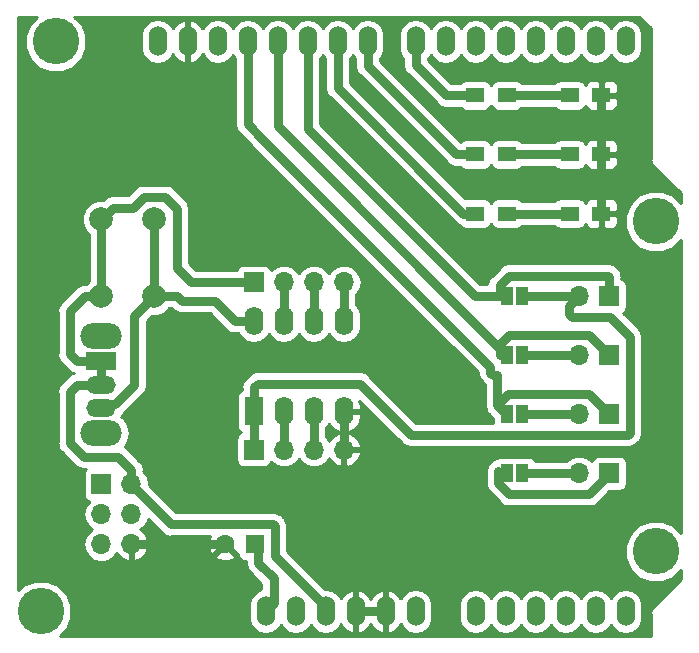
<source format=gbr>
G04 #@! TF.GenerationSoftware,KiCad,Pcbnew,(5.0.0)*
G04 #@! TF.CreationDate,2018-11-01T21:51:16+01:00*
G04 #@! TF.ProjectId,ATtiny85_Arduino_programmer,415474696E7938355F41726475696E6F,rev?*
G04 #@! TF.SameCoordinates,Original*
G04 #@! TF.FileFunction,Copper,L1,Top,Signal*
G04 #@! TF.FilePolarity,Positive*
%FSLAX46Y46*%
G04 Gerber Fmt 4.6, Leading zero omitted, Abs format (unit mm)*
G04 Created by KiCad (PCBNEW (5.0.0)) date 11/01/18 21:51:16*
%MOMM*%
%LPD*%
G01*
G04 APERTURE LIST*
G04 #@! TA.AperFunction,ComponentPad*
%ADD10R,2.500000X1.500000*%
G04 #@! TD*
G04 #@! TA.AperFunction,ComponentPad*
%ADD11O,2.500000X1.500000*%
G04 #@! TD*
G04 #@! TA.AperFunction,ComponentPad*
%ADD12O,3.500000X2.200000*%
G04 #@! TD*
G04 #@! TA.AperFunction,SMDPad,CuDef*
%ADD13R,1.500000X1.300000*%
G04 #@! TD*
G04 #@! TA.AperFunction,ComponentPad*
%ADD14O,1.600000X2.400000*%
G04 #@! TD*
G04 #@! TA.AperFunction,ComponentPad*
%ADD15R,1.600000X2.400000*%
G04 #@! TD*
G04 #@! TA.AperFunction,ComponentPad*
%ADD16C,2.000000*%
G04 #@! TD*
G04 #@! TA.AperFunction,ComponentPad*
%ADD17O,1.524000X2.540000*%
G04 #@! TD*
G04 #@! TA.AperFunction,ComponentPad*
%ADD18C,3.937000*%
G04 #@! TD*
G04 #@! TA.AperFunction,SMDPad,CuDef*
%ADD19R,1.000000X1.500000*%
G04 #@! TD*
G04 #@! TA.AperFunction,ComponentPad*
%ADD20O,1.700000X1.700000*%
G04 #@! TD*
G04 #@! TA.AperFunction,ComponentPad*
%ADD21R,1.700000X1.700000*%
G04 #@! TD*
G04 #@! TA.AperFunction,ComponentPad*
%ADD22C,1.600000*%
G04 #@! TD*
G04 #@! TA.AperFunction,ComponentPad*
%ADD23R,1.600000X1.600000*%
G04 #@! TD*
G04 #@! TA.AperFunction,Conductor*
%ADD24C,0.800000*%
G04 #@! TD*
G04 #@! TA.AperFunction,Conductor*
%ADD25C,0.254000*%
G04 #@! TD*
G04 APERTURE END LIST*
D10*
G04 #@! TO.P,SW2,1*
G04 #@! TO.N,5V*
X145000000Y-75500000D03*
D11*
G04 #@! TO.P,SW2,2*
X145000000Y-77500000D03*
G04 #@! TO.P,SW2,3*
G04 #@! TO.N,Net-(SW1-Pad2)*
X145000000Y-79500000D03*
D12*
G04 #@! TO.P,SW2,*
G04 #@! TO.N,*
X145000000Y-73400000D03*
X145000000Y-81600000D03*
G04 #@! TD*
D13*
G04 #@! TO.P,D3,1*
G04 #@! TO.N,GND*
X187350000Y-63000000D03*
G04 #@! TO.P,D3,2*
G04 #@! TO.N,Net-(D3-Pad2)*
X184650000Y-63000000D03*
G04 #@! TD*
G04 #@! TO.P,D2,1*
G04 #@! TO.N,GND*
X187350000Y-58000000D03*
G04 #@! TO.P,D2,2*
G04 #@! TO.N,Net-(D2-Pad2)*
X184650000Y-58000000D03*
G04 #@! TD*
G04 #@! TO.P,D1,1*
G04 #@! TO.N,GND*
X187350000Y-53000000D03*
G04 #@! TO.P,D1,2*
G04 #@! TO.N,Net-(D1-Pad2)*
X184650000Y-53000000D03*
G04 #@! TD*
G04 #@! TO.P,R1,1*
G04 #@! TO.N,7*
X176650000Y-53000000D03*
G04 #@! TO.P,R1,2*
G04 #@! TO.N,Net-(D1-Pad2)*
X179350000Y-53000000D03*
G04 #@! TD*
G04 #@! TO.P,R3,1*
G04 #@! TO.N,9*
X176650000Y-63000000D03*
G04 #@! TO.P,R3,2*
G04 #@! TO.N,Net-(D3-Pad2)*
X179350000Y-63000000D03*
G04 #@! TD*
G04 #@! TO.P,R2,1*
G04 #@! TO.N,8*
X176650000Y-58000000D03*
G04 #@! TO.P,R2,2*
G04 #@! TO.N,Net-(D2-Pad2)*
X179350000Y-58000000D03*
G04 #@! TD*
D14*
G04 #@! TO.P,U1,8*
G04 #@! TO.N,Net-(SW1-Pad2)*
X157912707Y-72108569D03*
G04 #@! TO.P,U1,4*
G04 #@! TO.N,GND*
X165532707Y-79728569D03*
G04 #@! TO.P,U1,7*
G04 #@! TO.N,AT7*
X160452707Y-72108569D03*
G04 #@! TO.P,U1,3*
G04 #@! TO.N,AT3*
X162992707Y-79728569D03*
G04 #@! TO.P,U1,6*
G04 #@! TO.N,AT6*
X162992707Y-72108569D03*
G04 #@! TO.P,U1,2*
G04 #@! TO.N,AT2*
X160452707Y-79728569D03*
G04 #@! TO.P,U1,5*
G04 #@! TO.N,AT5*
X165532707Y-72108569D03*
D15*
G04 #@! TO.P,U1,1*
G04 #@! TO.N,AT1*
X157912707Y-79728569D03*
G04 #@! TD*
D16*
G04 #@! TO.P,SW1,1*
G04 #@! TO.N,5V*
X145000000Y-63500000D03*
G04 #@! TO.P,SW1,2*
G04 #@! TO.N,Net-(SW1-Pad2)*
X149500000Y-63500000D03*
G04 #@! TO.P,SW1,1*
G04 #@! TO.N,5V*
X145000000Y-70000000D03*
G04 #@! TO.P,SW1,2*
G04 #@! TO.N,Net-(SW1-Pad2)*
X149500000Y-70000000D03*
G04 #@! TD*
D17*
G04 #@! TO.P,SHIELD1,AD5*
G04 #@! TO.N,Net-(SHIELD1-PadAD5)*
X189400000Y-96690501D03*
G04 #@! TO.P,SHIELD1,AD4*
G04 #@! TO.N,Net-(SHIELD1-PadAD4)*
X186860000Y-96690501D03*
G04 #@! TO.P,SHIELD1,AD3*
G04 #@! TO.N,Net-(SHIELD1-PadAD3)*
X184320000Y-96690501D03*
G04 #@! TO.P,SHIELD1,AD0*
G04 #@! TO.N,Net-(SHIELD1-PadAD0)*
X176700000Y-96690501D03*
G04 #@! TO.P,SHIELD1,AD1*
G04 #@! TO.N,Net-(SHIELD1-PadAD1)*
X179240000Y-96690501D03*
G04 #@! TO.P,SHIELD1,AD2*
G04 #@! TO.N,Net-(SHIELD1-PadAD2)*
X181780000Y-96690501D03*
G04 #@! TO.P,SHIELD1,V_IN*
G04 #@! TO.N,Net-(SHIELD1-PadV_IN)*
X171620000Y-96690501D03*
G04 #@! TO.P,SHIELD1,GND2*
G04 #@! TO.N,GND*
X169080000Y-96690501D03*
G04 #@! TO.P,SHIELD1,GND1*
X166540000Y-96690501D03*
G04 #@! TO.P,SHIELD1,3V3*
G04 #@! TO.N,Net-(SHIELD1-Pad3V3)*
X161460000Y-96690501D03*
G04 #@! TO.P,SHIELD1,RST*
G04 #@! TO.N,Net-(C1-Pad1)*
X158920000Y-96690501D03*
G04 #@! TO.P,SHIELD1,0*
G04 #@! TO.N,Net-(SHIELD1-Pad0)*
X189400000Y-48430501D03*
G04 #@! TO.P,SHIELD1,1*
G04 #@! TO.N,Net-(SHIELD1-Pad1)*
X186860000Y-48430501D03*
G04 #@! TO.P,SHIELD1,2*
G04 #@! TO.N,Net-(SHIELD1-Pad2)*
X184320000Y-48430501D03*
G04 #@! TO.P,SHIELD1,3*
G04 #@! TO.N,Net-(SHIELD1-Pad3)*
X181780000Y-48430501D03*
G04 #@! TO.P,SHIELD1,4*
G04 #@! TO.N,Net-(SHIELD1-Pad4)*
X179240000Y-48430501D03*
G04 #@! TO.P,SHIELD1,5*
G04 #@! TO.N,Net-(SHIELD1-Pad5)*
X176700000Y-48430501D03*
G04 #@! TO.P,SHIELD1,6*
G04 #@! TO.N,Net-(SHIELD1-Pad6)*
X174160000Y-48430501D03*
G04 #@! TO.P,SHIELD1,7*
G04 #@! TO.N,7*
X171620000Y-48430501D03*
G04 #@! TO.P,SHIELD1,8*
G04 #@! TO.N,8*
X167556000Y-48430501D03*
G04 #@! TO.P,SHIELD1,9*
G04 #@! TO.N,9*
X165016000Y-48430501D03*
G04 #@! TO.P,SHIELD1,10*
G04 #@! TO.N,10*
X162476000Y-48430501D03*
G04 #@! TO.P,SHIELD1,11*
G04 #@! TO.N,11*
X159936000Y-48430501D03*
G04 #@! TO.P,SHIELD1,12*
G04 #@! TO.N,12*
X157396000Y-48430501D03*
G04 #@! TO.P,SHIELD1,13*
G04 #@! TO.N,13*
X154856000Y-48430501D03*
G04 #@! TO.P,SHIELD1,GND3*
G04 #@! TO.N,GND*
X152316000Y-48430501D03*
G04 #@! TO.P,SHIELD1,AREF*
G04 #@! TO.N,Net-(SHIELD1-PadAREF)*
X149776000Y-48430501D03*
G04 #@! TO.P,SHIELD1,5V*
G04 #@! TO.N,5V*
X164000000Y-96690501D03*
D18*
G04 #@! TO.P,SHIELD1,*
G04 #@! TO.N,*
X191940000Y-91610501D03*
X191940000Y-63670501D03*
X141140000Y-48430501D03*
X139870000Y-96690501D03*
G04 #@! TD*
D19*
G04 #@! TO.P,JP8,1*
G04 #@! TO.N,13*
X179350000Y-85000000D03*
G04 #@! TO.P,JP8,2*
G04 #@! TO.N,AT7*
X180650000Y-85000000D03*
G04 #@! TD*
G04 #@! TO.P,JP7,2*
G04 #@! TO.N,AT6*
X180650000Y-80000000D03*
G04 #@! TO.P,JP7,1*
G04 #@! TO.N,12*
X179350000Y-80000000D03*
G04 #@! TD*
G04 #@! TO.P,JP6,1*
G04 #@! TO.N,11*
X179350000Y-75000000D03*
G04 #@! TO.P,JP6,2*
G04 #@! TO.N,AT5*
X180650000Y-75000000D03*
G04 #@! TD*
G04 #@! TO.P,JP5,2*
G04 #@! TO.N,AT1*
X180650000Y-70000000D03*
G04 #@! TO.P,JP5,1*
G04 #@! TO.N,10*
X179350000Y-70000000D03*
G04 #@! TD*
D20*
G04 #@! TO.P,JP4,2*
G04 #@! TO.N,AT7*
X185460000Y-85000000D03*
D21*
G04 #@! TO.P,JP4,1*
G04 #@! TO.N,13*
X188000000Y-85000000D03*
G04 #@! TD*
G04 #@! TO.P,JP3,1*
G04 #@! TO.N,12*
X188000000Y-80000000D03*
D20*
G04 #@! TO.P,JP3,2*
G04 #@! TO.N,AT6*
X185460000Y-80000000D03*
G04 #@! TD*
G04 #@! TO.P,JP2,2*
G04 #@! TO.N,AT5*
X185460000Y-75000000D03*
D21*
G04 #@! TO.P,JP2,1*
G04 #@! TO.N,11*
X188000000Y-75000000D03*
G04 #@! TD*
G04 #@! TO.P,JP1,1*
G04 #@! TO.N,10*
X188000000Y-70000000D03*
D20*
G04 #@! TO.P,JP1,2*
G04 #@! TO.N,AT1*
X185460000Y-70000000D03*
G04 #@! TD*
D21*
G04 #@! TO.P,J3,1*
G04 #@! TO.N,5V*
X157918607Y-68829009D03*
D20*
G04 #@! TO.P,J3,2*
G04 #@! TO.N,AT7*
X160458607Y-68829009D03*
G04 #@! TO.P,J3,3*
G04 #@! TO.N,AT6*
X162998607Y-68829009D03*
G04 #@! TO.P,J3,4*
G04 #@! TO.N,AT5*
X165538607Y-68829009D03*
G04 #@! TD*
G04 #@! TO.P,J2,4*
G04 #@! TO.N,GND*
X165548767Y-82981889D03*
G04 #@! TO.P,J2,3*
G04 #@! TO.N,AT3*
X163008767Y-82981889D03*
G04 #@! TO.P,J2,2*
G04 #@! TO.N,AT2*
X160468767Y-82981889D03*
D21*
G04 #@! TO.P,J2,1*
G04 #@! TO.N,AT1*
X157928767Y-82981889D03*
G04 #@! TD*
D20*
G04 #@! TO.P,J1,4*
G04 #@! TO.N,GND*
X147540000Y-91000000D03*
G04 #@! TO.P,J1,3*
G04 #@! TO.N,10*
X145000000Y-91000000D03*
G04 #@! TO.P,J1,5*
G04 #@! TO.N,12*
X147540000Y-88460000D03*
G04 #@! TO.P,J1,2*
G04 #@! TO.N,13*
X145000000Y-88460000D03*
G04 #@! TO.P,J1,6*
G04 #@! TO.N,5V*
X147540000Y-85920000D03*
D21*
G04 #@! TO.P,J1,1*
G04 #@! TO.N,11*
X145000000Y-85920000D03*
G04 #@! TD*
D22*
G04 #@! TO.P,C1,2*
G04 #@! TO.N,GND*
X155500000Y-91000000D03*
D23*
G04 #@! TO.P,C1,1*
G04 #@! TO.N,Net-(C1-Pad1)*
X158000000Y-91000000D03*
G04 #@! TD*
D24*
G04 #@! TO.N,GND*
X165532707Y-82965829D02*
X165548767Y-82981889D01*
X165532707Y-79728569D02*
X165532707Y-82965829D01*
X166540000Y-96690501D02*
X169080000Y-96690501D01*
X187350000Y-53000000D02*
X187350000Y-63000000D01*
X147540000Y-91000000D02*
X155500000Y-91000000D01*
G04 #@! TO.N,Net-(C1-Pad1)*
X159600000Y-96010501D02*
X158920000Y-96690501D01*
X159600000Y-93900000D02*
X159600000Y-96010501D01*
X158300000Y-92600000D02*
X159600000Y-93900000D01*
X158000000Y-91000000D02*
X158300000Y-91300000D01*
X158300000Y-91300000D02*
X158300000Y-92600000D01*
G04 #@! TO.N,Net-(D1-Pad2)*
X180000000Y-53000000D02*
X184000000Y-53000000D01*
G04 #@! TO.N,Net-(D2-Pad2)*
X180000000Y-58000000D02*
X184000000Y-58000000D01*
G04 #@! TO.N,Net-(D3-Pad2)*
X180000000Y-63000000D02*
X184000000Y-63000000D01*
G04 #@! TO.N,12*
X179469601Y-78249999D02*
X178509600Y-79210000D01*
X186300001Y-78249999D02*
X179469601Y-78249999D01*
X188000000Y-79949998D02*
X186300001Y-78249999D01*
X188000000Y-80000000D02*
X188000000Y-79949998D01*
X178509600Y-79210000D02*
X179249999Y-79950399D01*
X178509600Y-76650001D02*
X178509600Y-79210000D01*
X178129999Y-76650001D02*
X178509600Y-76650001D01*
X177949999Y-76470001D02*
X178129999Y-76650001D01*
X177949999Y-76028490D02*
X177949999Y-76470001D01*
X157396000Y-48430501D02*
X157396000Y-55436000D01*
X157396000Y-55436000D02*
X158635990Y-56675990D01*
X158635990Y-56675990D02*
X158635990Y-56714481D01*
X158635990Y-56714481D02*
X177949999Y-76028490D01*
G04 #@! TO.N,5V*
X145000000Y-63500000D02*
X145000000Y-70000000D01*
X145999999Y-62500001D02*
X145000000Y-63500000D01*
X147687997Y-62500001D02*
X145999999Y-62500001D01*
X152629009Y-68829009D02*
X151400001Y-67600001D01*
X157918607Y-68829009D02*
X152629009Y-68829009D01*
X151400001Y-67600001D02*
X151400001Y-62587999D01*
X151400001Y-62587999D02*
X150412001Y-61599999D01*
X150412001Y-61599999D02*
X148587999Y-61599999D01*
X148587999Y-61599999D02*
X147687997Y-62500001D01*
X142950000Y-77500000D02*
X145000000Y-77500000D01*
X142349990Y-78100010D02*
X142950000Y-77500000D01*
X143521569Y-83600010D02*
X142349990Y-82428431D01*
X142349990Y-82428431D02*
X142349990Y-78100010D01*
X147540000Y-84717919D02*
X146422091Y-83600010D01*
X146422091Y-83600010D02*
X143521569Y-83600010D01*
X147540000Y-85920000D02*
X147540000Y-84717919D01*
X145000000Y-75500000D02*
X145000000Y-77500000D01*
X142950000Y-75500000D02*
X145000000Y-75500000D01*
X142349990Y-74899990D02*
X142950000Y-75500000D01*
X142349990Y-71235797D02*
X142349990Y-74899990D01*
X143585787Y-70000000D02*
X142349990Y-71235797D01*
X145000000Y-70000000D02*
X143585787Y-70000000D01*
X147540000Y-85940000D02*
X147540000Y-85920000D01*
X164000000Y-96300000D02*
X159700001Y-92000001D01*
X164000000Y-96690501D02*
X164000000Y-96300000D01*
X159700001Y-92000001D02*
X159700001Y-89479999D01*
X159700001Y-89479999D02*
X159520001Y-89299999D01*
X159520001Y-89299999D02*
X150899999Y-89299999D01*
X150899999Y-89299999D02*
X147540000Y-85940000D01*
G04 #@! TO.N,10*
X178720000Y-69059998D02*
X178720000Y-70000000D01*
X179529999Y-68249999D02*
X178720000Y-69059998D01*
X187899999Y-68249999D02*
X179529999Y-68249999D01*
X188000000Y-68350000D02*
X187899999Y-68249999D01*
X178720000Y-70000000D02*
X179249999Y-70000000D01*
X188000000Y-70000000D02*
X188000000Y-68350000D01*
X176650000Y-70000000D02*
X178720000Y-70000000D01*
X162476000Y-48430501D02*
X162476000Y-55826000D01*
X162476000Y-55826000D02*
X176650000Y-70000000D01*
G04 #@! TO.N,13*
X154856000Y-48430501D02*
X154856000Y-48938501D01*
X179529999Y-86750001D02*
X178630000Y-85850002D01*
X186300001Y-86750001D02*
X179529999Y-86750001D01*
X188000000Y-85000000D02*
X188000000Y-85050002D01*
X188000000Y-85050002D02*
X186300001Y-86750001D01*
X178630000Y-85850002D02*
X178630000Y-84760000D01*
X178870000Y-85000000D02*
X179249999Y-85000000D01*
X178630000Y-84760000D02*
X178870000Y-85000000D01*
G04 #@! TO.N,11*
X179529999Y-73249999D02*
X178760000Y-74019998D01*
X178760000Y-74019998D02*
X178760000Y-75000000D01*
X186300001Y-73249999D02*
X179529999Y-73249999D01*
X188000000Y-74949998D02*
X186300001Y-73249999D01*
X178760000Y-75000000D02*
X179249999Y-75000000D01*
X188000000Y-75000000D02*
X188000000Y-74949998D01*
X178760000Y-74450000D02*
X178760000Y-75000000D01*
X159936000Y-48430501D02*
X159936000Y-55626000D01*
X159936000Y-55626000D02*
X178760000Y-74450000D01*
G04 #@! TO.N,AT1*
X184257919Y-70000000D02*
X180750001Y-70000000D01*
X185460000Y-70000000D02*
X184257919Y-70000000D01*
X157928767Y-79744629D02*
X157912707Y-79728569D01*
X157928767Y-82981889D02*
X157928767Y-79744629D01*
X184610001Y-71520001D02*
X184610001Y-70849999D01*
X184840001Y-71750001D02*
X184610001Y-71520001D01*
X188070003Y-71750001D02*
X184840001Y-71750001D01*
X189750001Y-73429999D02*
X188070003Y-71750001D01*
X184610001Y-70849999D02*
X185460000Y-70000000D01*
X157912707Y-77728569D02*
X158231276Y-77410000D01*
X157912707Y-79728569D02*
X157912707Y-77728569D01*
X189750001Y-81570001D02*
X189750001Y-73429999D01*
X158231276Y-77410000D02*
X166898295Y-77410000D01*
X166898295Y-77410000D02*
X171238296Y-81750001D01*
X171238296Y-81750001D02*
X189570001Y-81750001D01*
X189570001Y-81750001D02*
X189750001Y-81570001D01*
G04 #@! TO.N,AT2*
X160468767Y-79744629D02*
X160452707Y-79728569D01*
X160468767Y-82981889D02*
X160468767Y-79744629D01*
G04 #@! TO.N,AT3*
X163008767Y-79744629D02*
X162992707Y-79728569D01*
X163008767Y-82981889D02*
X163008767Y-79744629D01*
G04 #@! TO.N,AT5*
X185460000Y-75000000D02*
X180750001Y-75000000D01*
X165532707Y-68834909D02*
X165538607Y-68829009D01*
X165532707Y-72108569D02*
X165532707Y-68834909D01*
G04 #@! TO.N,AT6*
X185460000Y-80000000D02*
X180750001Y-80000000D01*
X162992707Y-68834909D02*
X162998607Y-68829009D01*
X162992707Y-72108569D02*
X162992707Y-68834909D01*
G04 #@! TO.N,AT7*
X185460000Y-85000000D02*
X180750001Y-85000000D01*
X160452707Y-68834909D02*
X160458607Y-68829009D01*
X160452707Y-72108569D02*
X160452707Y-68834909D01*
G04 #@! TO.N,7*
X171620000Y-50420000D02*
X171620000Y-48430501D01*
X174200000Y-53000000D02*
X171620000Y-50420000D01*
X176000000Y-53000000D02*
X174200000Y-53000000D01*
G04 #@! TO.N,8*
X167556000Y-50504340D02*
X167556000Y-48430501D01*
X176000000Y-58000000D02*
X175051660Y-58000000D01*
X175051660Y-58000000D02*
X167556000Y-50504340D01*
G04 #@! TO.N,9*
X165016000Y-50500501D02*
X165016000Y-48430501D01*
X165016000Y-52356000D02*
X165016000Y-50500501D01*
X176000000Y-63000000D02*
X175660000Y-63000000D01*
X175660000Y-63000000D02*
X165016000Y-52356000D01*
G04 #@! TO.N,Net-(SW1-Pad2)*
X149500000Y-63500000D02*
X149500000Y-70000000D01*
X156312707Y-72108569D02*
X157912707Y-72108569D01*
X154604138Y-70400000D02*
X156312707Y-72108569D01*
X151800000Y-70400000D02*
X154604138Y-70400000D01*
X149500000Y-70000000D02*
X151400000Y-70000000D01*
X151400000Y-70000000D02*
X151800000Y-70400000D01*
X149500000Y-70000000D02*
X149000000Y-70500000D01*
X147800000Y-71700000D02*
X149500000Y-70000000D01*
X147800000Y-77533466D02*
X147800000Y-71700000D01*
X146183456Y-79150010D02*
X147800000Y-77533466D01*
X145149990Y-79150010D02*
X146183456Y-79150010D01*
X145000000Y-79500000D02*
X145000000Y-79300000D01*
X145000000Y-79300000D02*
X145149990Y-79150010D01*
G04 #@! TD*
D25*
G04 #@! TO.N,GND*
G36*
X138932859Y-46955736D02*
X138536500Y-47912633D01*
X138536500Y-48948369D01*
X138932859Y-49905266D01*
X139665235Y-50637642D01*
X140622132Y-51034001D01*
X141657868Y-51034001D01*
X142614765Y-50637642D01*
X143347141Y-49905266D01*
X143743500Y-48948369D01*
X143743500Y-47912633D01*
X143690598Y-47784914D01*
X148379000Y-47784914D01*
X148379000Y-49076089D01*
X148460056Y-49483583D01*
X148768821Y-49945681D01*
X149230919Y-50254445D01*
X149776000Y-50362869D01*
X150321082Y-50254445D01*
X150783180Y-49945681D01*
X151057580Y-49535012D01*
X151073941Y-49590442D01*
X151417974Y-50016131D01*
X151898723Y-50277761D01*
X151972930Y-50292721D01*
X152189000Y-50170221D01*
X152189000Y-48557501D01*
X152169000Y-48557501D01*
X152169000Y-48303501D01*
X152189000Y-48303501D01*
X152189000Y-46690781D01*
X152443000Y-46690781D01*
X152443000Y-48303501D01*
X152463000Y-48303501D01*
X152463000Y-48557501D01*
X152443000Y-48557501D01*
X152443000Y-50170221D01*
X152659070Y-50292721D01*
X152733277Y-50277761D01*
X153214026Y-50016131D01*
X153558059Y-49590442D01*
X153574420Y-49535012D01*
X153848821Y-49945681D01*
X154310919Y-50254445D01*
X154856000Y-50362869D01*
X155401082Y-50254445D01*
X155863180Y-49945681D01*
X156126000Y-49552343D01*
X156361000Y-49904044D01*
X156361001Y-55334061D01*
X156340724Y-55436000D01*
X156421052Y-55839836D01*
X156421053Y-55839837D01*
X156649808Y-56182193D01*
X156736225Y-56239935D01*
X157754546Y-57258257D01*
X157889797Y-57460674D01*
X157976216Y-57518417D01*
X176900211Y-76442413D01*
X176894723Y-76470001D01*
X176914999Y-76571935D01*
X176914999Y-76571936D01*
X176975051Y-76873838D01*
X177203807Y-77216194D01*
X177290224Y-77273936D01*
X177326062Y-77309774D01*
X177383806Y-77396194D01*
X177474600Y-77456861D01*
X177474601Y-79108061D01*
X177454324Y-79210000D01*
X177534652Y-79613836D01*
X177696173Y-79855569D01*
X177763408Y-79956193D01*
X177849824Y-80013934D01*
X178202560Y-80366671D01*
X178202560Y-80715001D01*
X171667007Y-80715001D01*
X167702232Y-76750227D01*
X167644488Y-76663807D01*
X167302132Y-76435052D01*
X167000230Y-76375000D01*
X167000229Y-76375000D01*
X166898295Y-76354724D01*
X166796361Y-76375000D01*
X158333210Y-76375000D01*
X158231276Y-76354724D01*
X158129342Y-76375000D01*
X158129341Y-76375000D01*
X157827439Y-76435052D01*
X157485083Y-76663807D01*
X157427339Y-76750227D01*
X157252932Y-76924634D01*
X157166515Y-76982376D01*
X157108773Y-77068793D01*
X156937759Y-77324733D01*
X156857431Y-77728569D01*
X156877708Y-77830508D01*
X156877708Y-77927873D01*
X156864942Y-77930412D01*
X156654898Y-78070760D01*
X156514550Y-78280804D01*
X156465267Y-78528569D01*
X156465267Y-80928569D01*
X156514550Y-81176334D01*
X156654898Y-81386378D01*
X156864942Y-81526726D01*
X156865583Y-81526853D01*
X156831002Y-81533732D01*
X156620958Y-81674080D01*
X156480610Y-81884124D01*
X156431327Y-82131889D01*
X156431327Y-83831889D01*
X156480610Y-84079654D01*
X156620958Y-84289698D01*
X156831002Y-84430046D01*
X157078767Y-84479329D01*
X158778767Y-84479329D01*
X159026532Y-84430046D01*
X159236576Y-84289698D01*
X159376924Y-84079654D01*
X159385951Y-84034270D01*
X159398142Y-84052514D01*
X159889349Y-84380728D01*
X160322511Y-84466889D01*
X160615023Y-84466889D01*
X161048185Y-84380728D01*
X161539392Y-84052514D01*
X161738767Y-83754128D01*
X161938142Y-84052514D01*
X162429349Y-84380728D01*
X162862511Y-84466889D01*
X163155023Y-84466889D01*
X163588185Y-84380728D01*
X164079392Y-84052514D01*
X164292610Y-83733411D01*
X164353584Y-83863247D01*
X164781843Y-84253534D01*
X165191877Y-84423365D01*
X165421767Y-84302044D01*
X165421767Y-83108889D01*
X165675767Y-83108889D01*
X165675767Y-84302044D01*
X165905657Y-84423365D01*
X166315691Y-84253534D01*
X166743950Y-83863247D01*
X166990253Y-83338781D01*
X166869586Y-83108889D01*
X165675767Y-83108889D01*
X165421767Y-83108889D01*
X165401767Y-83108889D01*
X165401767Y-82854889D01*
X165421767Y-82854889D01*
X165421767Y-81661734D01*
X165675767Y-81661734D01*
X165675767Y-82854889D01*
X166869586Y-82854889D01*
X166990253Y-82624997D01*
X166743950Y-82100531D01*
X166315691Y-81710244D01*
X165905657Y-81540413D01*
X165675767Y-81661734D01*
X165421767Y-81661734D01*
X165191877Y-81540413D01*
X164781843Y-81710244D01*
X164353584Y-82100531D01*
X164292610Y-82230367D01*
X164079392Y-81911264D01*
X164043767Y-81887460D01*
X164043767Y-81138477D01*
X164265206Y-80807070D01*
X164607811Y-81233069D01*
X165100888Y-81502936D01*
X165183668Y-81520473D01*
X165405707Y-81398484D01*
X165405707Y-79855569D01*
X165659707Y-79855569D01*
X165659707Y-81398484D01*
X165881746Y-81520473D01*
X165964526Y-81502936D01*
X166457603Y-81233069D01*
X166809873Y-80795052D01*
X166967707Y-80255569D01*
X166967707Y-79855569D01*
X165659707Y-79855569D01*
X165405707Y-79855569D01*
X165385707Y-79855569D01*
X165385707Y-79601569D01*
X165405707Y-79601569D01*
X165405707Y-79581569D01*
X165659707Y-79581569D01*
X165659707Y-79601569D01*
X166967707Y-79601569D01*
X166967707Y-79201569D01*
X166860824Y-78836239D01*
X170434361Y-82409777D01*
X170492103Y-82496194D01*
X170834459Y-82724949D01*
X171238295Y-82805277D01*
X171340230Y-82785001D01*
X189468067Y-82785001D01*
X189570001Y-82805277D01*
X189671935Y-82785001D01*
X189671936Y-82785001D01*
X189973838Y-82724949D01*
X190316194Y-82496194D01*
X190373938Y-82409774D01*
X190409774Y-82373938D01*
X190496194Y-82316194D01*
X190724949Y-81973838D01*
X190785001Y-81671936D01*
X190785001Y-81671931D01*
X190805276Y-81570002D01*
X190785001Y-81468072D01*
X190785001Y-73531933D01*
X190805277Y-73429999D01*
X190724949Y-73026162D01*
X190553935Y-72770222D01*
X190496194Y-72683806D01*
X190409777Y-72626064D01*
X189178154Y-71394442D01*
X189307809Y-71307809D01*
X189448157Y-71097765D01*
X189497440Y-70850000D01*
X189497440Y-69150000D01*
X189448157Y-68902235D01*
X189307809Y-68692191D01*
X189097765Y-68551843D01*
X189035000Y-68539358D01*
X189035000Y-68451934D01*
X189055276Y-68350000D01*
X189019319Y-68169232D01*
X188974948Y-67946163D01*
X188746193Y-67603807D01*
X188686247Y-67563752D01*
X188646192Y-67503806D01*
X188303836Y-67275051D01*
X188001934Y-67214999D01*
X188001933Y-67214999D01*
X187899999Y-67194723D01*
X187798065Y-67214999D01*
X179631933Y-67214999D01*
X179529999Y-67194723D01*
X179428064Y-67214999D01*
X179126162Y-67275051D01*
X178783806Y-67503806D01*
X178726064Y-67590223D01*
X178060227Y-68256061D01*
X177973807Y-68313805D01*
X177780868Y-68602560D01*
X177745052Y-68656162D01*
X177683620Y-68965000D01*
X177078711Y-68965000D01*
X163511000Y-55397290D01*
X163511000Y-49904045D01*
X163746000Y-49552343D01*
X163981000Y-49904045D01*
X163981000Y-50602435D01*
X163981001Y-50602440D01*
X163981000Y-52254065D01*
X163960724Y-52356000D01*
X163981000Y-52457934D01*
X164041052Y-52759836D01*
X164269807Y-53102193D01*
X164356227Y-53159937D01*
X174856065Y-63659776D01*
X174913807Y-63746193D01*
X175256163Y-63974948D01*
X175368323Y-63997258D01*
X175442191Y-64107809D01*
X175652235Y-64248157D01*
X175900000Y-64297440D01*
X177400000Y-64297440D01*
X177647765Y-64248157D01*
X177857809Y-64107809D01*
X177998157Y-63897765D01*
X178000000Y-63888500D01*
X178001843Y-63897765D01*
X178142191Y-64107809D01*
X178352235Y-64248157D01*
X178600000Y-64297440D01*
X180100000Y-64297440D01*
X180347765Y-64248157D01*
X180557809Y-64107809D01*
X180606459Y-64035000D01*
X183393541Y-64035000D01*
X183442191Y-64107809D01*
X183652235Y-64248157D01*
X183900000Y-64297440D01*
X185400000Y-64297440D01*
X185647765Y-64248157D01*
X185857809Y-64107809D01*
X185998157Y-63897765D01*
X186003721Y-63869791D01*
X186061673Y-64009699D01*
X186240302Y-64188327D01*
X186473691Y-64285000D01*
X187064250Y-64285000D01*
X187223000Y-64126250D01*
X187223000Y-63127000D01*
X187477000Y-63127000D01*
X187477000Y-64126250D01*
X187635750Y-64285000D01*
X188226309Y-64285000D01*
X188459698Y-64188327D01*
X188638327Y-64009699D01*
X188735000Y-63776310D01*
X188735000Y-63285750D01*
X188576250Y-63127000D01*
X187477000Y-63127000D01*
X187223000Y-63127000D01*
X187203000Y-63127000D01*
X187203000Y-62873000D01*
X187223000Y-62873000D01*
X187223000Y-61873750D01*
X187477000Y-61873750D01*
X187477000Y-62873000D01*
X188576250Y-62873000D01*
X188735000Y-62714250D01*
X188735000Y-62223690D01*
X188638327Y-61990301D01*
X188459698Y-61811673D01*
X188226309Y-61715000D01*
X187635750Y-61715000D01*
X187477000Y-61873750D01*
X187223000Y-61873750D01*
X187064250Y-61715000D01*
X186473691Y-61715000D01*
X186240302Y-61811673D01*
X186061673Y-61990301D01*
X186003721Y-62130209D01*
X185998157Y-62102235D01*
X185857809Y-61892191D01*
X185647765Y-61751843D01*
X185400000Y-61702560D01*
X183900000Y-61702560D01*
X183652235Y-61751843D01*
X183442191Y-61892191D01*
X183393541Y-61965000D01*
X180606459Y-61965000D01*
X180557809Y-61892191D01*
X180347765Y-61751843D01*
X180100000Y-61702560D01*
X178600000Y-61702560D01*
X178352235Y-61751843D01*
X178142191Y-61892191D01*
X178001843Y-62102235D01*
X178000000Y-62111500D01*
X177998157Y-62102235D01*
X177857809Y-61892191D01*
X177647765Y-61751843D01*
X177400000Y-61702560D01*
X175900000Y-61702560D01*
X175838503Y-61714792D01*
X166051000Y-51927290D01*
X166051000Y-49904045D01*
X166286000Y-49552343D01*
X166521000Y-49904045D01*
X166521000Y-50402405D01*
X166500724Y-50504340D01*
X166521000Y-50606274D01*
X166581052Y-50908176D01*
X166809807Y-51250533D01*
X166896227Y-51308277D01*
X174247725Y-58659776D01*
X174305467Y-58746193D01*
X174568786Y-58922137D01*
X174647823Y-58974948D01*
X175051659Y-59055276D01*
X175153594Y-59035000D01*
X175393541Y-59035000D01*
X175442191Y-59107809D01*
X175652235Y-59248157D01*
X175900000Y-59297440D01*
X177400000Y-59297440D01*
X177647765Y-59248157D01*
X177857809Y-59107809D01*
X177998157Y-58897765D01*
X178000000Y-58888500D01*
X178001843Y-58897765D01*
X178142191Y-59107809D01*
X178352235Y-59248157D01*
X178600000Y-59297440D01*
X180100000Y-59297440D01*
X180347765Y-59248157D01*
X180557809Y-59107809D01*
X180606459Y-59035000D01*
X183393541Y-59035000D01*
X183442191Y-59107809D01*
X183652235Y-59248157D01*
X183900000Y-59297440D01*
X185400000Y-59297440D01*
X185647765Y-59248157D01*
X185857809Y-59107809D01*
X185998157Y-58897765D01*
X186003721Y-58869791D01*
X186061673Y-59009699D01*
X186240302Y-59188327D01*
X186473691Y-59285000D01*
X187064250Y-59285000D01*
X187223000Y-59126250D01*
X187223000Y-58127000D01*
X187477000Y-58127000D01*
X187477000Y-59126250D01*
X187635750Y-59285000D01*
X188226309Y-59285000D01*
X188459698Y-59188327D01*
X188638327Y-59009699D01*
X188735000Y-58776310D01*
X188735000Y-58285750D01*
X188576250Y-58127000D01*
X187477000Y-58127000D01*
X187223000Y-58127000D01*
X187203000Y-58127000D01*
X187203000Y-57873000D01*
X187223000Y-57873000D01*
X187223000Y-56873750D01*
X187477000Y-56873750D01*
X187477000Y-57873000D01*
X188576250Y-57873000D01*
X188735000Y-57714250D01*
X188735000Y-57223690D01*
X188638327Y-56990301D01*
X188459698Y-56811673D01*
X188226309Y-56715000D01*
X187635750Y-56715000D01*
X187477000Y-56873750D01*
X187223000Y-56873750D01*
X187064250Y-56715000D01*
X186473691Y-56715000D01*
X186240302Y-56811673D01*
X186061673Y-56990301D01*
X186003721Y-57130209D01*
X185998157Y-57102235D01*
X185857809Y-56892191D01*
X185647765Y-56751843D01*
X185400000Y-56702560D01*
X183900000Y-56702560D01*
X183652235Y-56751843D01*
X183442191Y-56892191D01*
X183393541Y-56965000D01*
X180606459Y-56965000D01*
X180557809Y-56892191D01*
X180347765Y-56751843D01*
X180100000Y-56702560D01*
X178600000Y-56702560D01*
X178352235Y-56751843D01*
X178142191Y-56892191D01*
X178001843Y-57102235D01*
X178000000Y-57111500D01*
X177998157Y-57102235D01*
X177857809Y-56892191D01*
X177647765Y-56751843D01*
X177400000Y-56702560D01*
X175900000Y-56702560D01*
X175652235Y-56751843D01*
X175442191Y-56892191D01*
X175428320Y-56912950D01*
X168591000Y-50075630D01*
X168591000Y-49904045D01*
X168871944Y-49483583D01*
X168953000Y-49076089D01*
X168953000Y-47784914D01*
X170223000Y-47784914D01*
X170223000Y-49076089D01*
X170304056Y-49483583D01*
X170585000Y-49904044D01*
X170585000Y-50318065D01*
X170564724Y-50420000D01*
X170585000Y-50521934D01*
X170645052Y-50823836D01*
X170873807Y-51166193D01*
X170960227Y-51223937D01*
X173396065Y-53659776D01*
X173453807Y-53746193D01*
X173796163Y-53974948D01*
X174200000Y-54055276D01*
X174301934Y-54035000D01*
X175393541Y-54035000D01*
X175442191Y-54107809D01*
X175652235Y-54248157D01*
X175900000Y-54297440D01*
X177400000Y-54297440D01*
X177647765Y-54248157D01*
X177857809Y-54107809D01*
X177998157Y-53897765D01*
X178000000Y-53888500D01*
X178001843Y-53897765D01*
X178142191Y-54107809D01*
X178352235Y-54248157D01*
X178600000Y-54297440D01*
X180100000Y-54297440D01*
X180347765Y-54248157D01*
X180557809Y-54107809D01*
X180606459Y-54035000D01*
X183393541Y-54035000D01*
X183442191Y-54107809D01*
X183652235Y-54248157D01*
X183900000Y-54297440D01*
X185400000Y-54297440D01*
X185647765Y-54248157D01*
X185857809Y-54107809D01*
X185998157Y-53897765D01*
X186003721Y-53869791D01*
X186061673Y-54009699D01*
X186240302Y-54188327D01*
X186473691Y-54285000D01*
X187064250Y-54285000D01*
X187223000Y-54126250D01*
X187223000Y-53127000D01*
X187477000Y-53127000D01*
X187477000Y-54126250D01*
X187635750Y-54285000D01*
X188226309Y-54285000D01*
X188459698Y-54188327D01*
X188638327Y-54009699D01*
X188735000Y-53776310D01*
X188735000Y-53285750D01*
X188576250Y-53127000D01*
X187477000Y-53127000D01*
X187223000Y-53127000D01*
X187203000Y-53127000D01*
X187203000Y-52873000D01*
X187223000Y-52873000D01*
X187223000Y-51873750D01*
X187477000Y-51873750D01*
X187477000Y-52873000D01*
X188576250Y-52873000D01*
X188735000Y-52714250D01*
X188735000Y-52223690D01*
X188638327Y-51990301D01*
X188459698Y-51811673D01*
X188226309Y-51715000D01*
X187635750Y-51715000D01*
X187477000Y-51873750D01*
X187223000Y-51873750D01*
X187064250Y-51715000D01*
X186473691Y-51715000D01*
X186240302Y-51811673D01*
X186061673Y-51990301D01*
X186003721Y-52130209D01*
X185998157Y-52102235D01*
X185857809Y-51892191D01*
X185647765Y-51751843D01*
X185400000Y-51702560D01*
X183900000Y-51702560D01*
X183652235Y-51751843D01*
X183442191Y-51892191D01*
X183393541Y-51965000D01*
X180606459Y-51965000D01*
X180557809Y-51892191D01*
X180347765Y-51751843D01*
X180100000Y-51702560D01*
X178600000Y-51702560D01*
X178352235Y-51751843D01*
X178142191Y-51892191D01*
X178001843Y-52102235D01*
X178000000Y-52111500D01*
X177998157Y-52102235D01*
X177857809Y-51892191D01*
X177647765Y-51751843D01*
X177400000Y-51702560D01*
X175900000Y-51702560D01*
X175652235Y-51751843D01*
X175442191Y-51892191D01*
X175393541Y-51965000D01*
X174628711Y-51965000D01*
X172655000Y-49991290D01*
X172655000Y-49904045D01*
X172890000Y-49552343D01*
X173152821Y-49945681D01*
X173614919Y-50254445D01*
X174160000Y-50362869D01*
X174705082Y-50254445D01*
X175167180Y-49945681D01*
X175430000Y-49552343D01*
X175692821Y-49945681D01*
X176154919Y-50254445D01*
X176700000Y-50362869D01*
X177245082Y-50254445D01*
X177707180Y-49945681D01*
X177970000Y-49552343D01*
X178232821Y-49945681D01*
X178694919Y-50254445D01*
X179240000Y-50362869D01*
X179785082Y-50254445D01*
X180247180Y-49945681D01*
X180510000Y-49552343D01*
X180772821Y-49945681D01*
X181234919Y-50254445D01*
X181780000Y-50362869D01*
X182325082Y-50254445D01*
X182787180Y-49945681D01*
X183050000Y-49552343D01*
X183312821Y-49945681D01*
X183774919Y-50254445D01*
X184320000Y-50362869D01*
X184865082Y-50254445D01*
X185327180Y-49945681D01*
X185590000Y-49552343D01*
X185852821Y-49945681D01*
X186314919Y-50254445D01*
X186860000Y-50362869D01*
X187405082Y-50254445D01*
X187867180Y-49945681D01*
X188130000Y-49552343D01*
X188392821Y-49945681D01*
X188854919Y-50254445D01*
X189400000Y-50362869D01*
X189945082Y-50254445D01*
X190407180Y-49945681D01*
X190715944Y-49483583D01*
X190797000Y-49076089D01*
X190797000Y-47784913D01*
X190715944Y-47377419D01*
X190407179Y-46915321D01*
X189945081Y-46606557D01*
X189400000Y-46498133D01*
X188854918Y-46606557D01*
X188392820Y-46915322D01*
X188130000Y-47308660D01*
X187867179Y-46915321D01*
X187405081Y-46606557D01*
X186860000Y-46498133D01*
X186314918Y-46606557D01*
X185852820Y-46915322D01*
X185590000Y-47308660D01*
X185327179Y-46915321D01*
X184865081Y-46606557D01*
X184320000Y-46498133D01*
X183774918Y-46606557D01*
X183312820Y-46915322D01*
X183050000Y-47308660D01*
X182787179Y-46915321D01*
X182325081Y-46606557D01*
X181780000Y-46498133D01*
X181234918Y-46606557D01*
X180772820Y-46915322D01*
X180510000Y-47308660D01*
X180247179Y-46915321D01*
X179785081Y-46606557D01*
X179240000Y-46498133D01*
X178694918Y-46606557D01*
X178232820Y-46915322D01*
X177970000Y-47308660D01*
X177707179Y-46915321D01*
X177245081Y-46606557D01*
X176700000Y-46498133D01*
X176154918Y-46606557D01*
X175692820Y-46915322D01*
X175430000Y-47308660D01*
X175167179Y-46915321D01*
X174705081Y-46606557D01*
X174160000Y-46498133D01*
X173614918Y-46606557D01*
X173152820Y-46915322D01*
X172890000Y-47308660D01*
X172627179Y-46915321D01*
X172165081Y-46606557D01*
X171620000Y-46498133D01*
X171074918Y-46606557D01*
X170612820Y-46915322D01*
X170304056Y-47377420D01*
X170223000Y-47784914D01*
X168953000Y-47784914D01*
X168953000Y-47784913D01*
X168871944Y-47377419D01*
X168563179Y-46915321D01*
X168101081Y-46606557D01*
X167556000Y-46498133D01*
X167010918Y-46606557D01*
X166548820Y-46915322D01*
X166286000Y-47308660D01*
X166023179Y-46915321D01*
X165561081Y-46606557D01*
X165016000Y-46498133D01*
X164470918Y-46606557D01*
X164008820Y-46915322D01*
X163746000Y-47308660D01*
X163483179Y-46915321D01*
X163021081Y-46606557D01*
X162476000Y-46498133D01*
X161930918Y-46606557D01*
X161468820Y-46915322D01*
X161206000Y-47308660D01*
X160943179Y-46915321D01*
X160481081Y-46606557D01*
X159936000Y-46498133D01*
X159390918Y-46606557D01*
X158928820Y-46915322D01*
X158666000Y-47308660D01*
X158403179Y-46915321D01*
X157941081Y-46606557D01*
X157396000Y-46498133D01*
X156850918Y-46606557D01*
X156388820Y-46915322D01*
X156126000Y-47308660D01*
X155863179Y-46915321D01*
X155401081Y-46606557D01*
X154856000Y-46498133D01*
X154310918Y-46606557D01*
X153848820Y-46915322D01*
X153574420Y-47325991D01*
X153558059Y-47270560D01*
X153214026Y-46844871D01*
X152733277Y-46583241D01*
X152659070Y-46568281D01*
X152443000Y-46690781D01*
X152189000Y-46690781D01*
X151972930Y-46568281D01*
X151898723Y-46583241D01*
X151417974Y-46844871D01*
X151073941Y-47270560D01*
X151057580Y-47325990D01*
X150783179Y-46915321D01*
X150321081Y-46606557D01*
X149776000Y-46498133D01*
X149230918Y-46606557D01*
X148768820Y-46915322D01*
X148460056Y-47377420D01*
X148379000Y-47784914D01*
X143690598Y-47784914D01*
X143347141Y-46955736D01*
X142727605Y-46336200D01*
X190519554Y-46336200D01*
X191511401Y-47328048D01*
X191511400Y-58381216D01*
X191497002Y-58453600D01*
X191511400Y-58525984D01*
X191511400Y-58525987D01*
X191554046Y-58740382D01*
X191716495Y-58983505D01*
X191777865Y-59024511D01*
X194051401Y-61298048D01*
X194051401Y-62099996D01*
X193414765Y-61463360D01*
X192457868Y-61067001D01*
X191422132Y-61067001D01*
X190465235Y-61463360D01*
X189732859Y-62195736D01*
X189336500Y-63152633D01*
X189336500Y-64188369D01*
X189732859Y-65145266D01*
X190465235Y-65877642D01*
X191422132Y-66274001D01*
X192457868Y-66274001D01*
X193414765Y-65877642D01*
X194051401Y-65241006D01*
X194051400Y-90039995D01*
X193414765Y-89403360D01*
X192457868Y-89007001D01*
X191422132Y-89007001D01*
X190465235Y-89403360D01*
X189732859Y-90135736D01*
X189336500Y-91092633D01*
X189336500Y-92128369D01*
X189732859Y-93085266D01*
X190465235Y-93817642D01*
X191422132Y-94214001D01*
X192457868Y-94214001D01*
X193414765Y-93817642D01*
X194051400Y-93181007D01*
X194051400Y-93963153D01*
X191777863Y-96236691D01*
X191716496Y-96277695D01*
X191675492Y-96339062D01*
X191675491Y-96339063D01*
X191554046Y-96520818D01*
X191497002Y-96807600D01*
X191511401Y-96879989D01*
X191511400Y-98765000D01*
X141477407Y-98765000D01*
X142077141Y-98165266D01*
X142473500Y-97208369D01*
X142473500Y-96172633D01*
X142077141Y-95215736D01*
X141344765Y-94483360D01*
X140387868Y-94087001D01*
X139352132Y-94087001D01*
X138395235Y-94483360D01*
X137965000Y-94913595D01*
X137965000Y-71235797D01*
X141294714Y-71235797D01*
X141314990Y-71337732D01*
X141314991Y-74798051D01*
X141294714Y-74899990D01*
X141375042Y-75303826D01*
X141455973Y-75424948D01*
X141603798Y-75646183D01*
X141690215Y-75703925D01*
X142146063Y-76159773D01*
X142203807Y-76246193D01*
X142531275Y-76465000D01*
X142546163Y-76474948D01*
X142672108Y-76500000D01*
X142546163Y-76525052D01*
X142203807Y-76753807D01*
X142146063Y-76840227D01*
X141690215Y-77296075D01*
X141603798Y-77353817D01*
X141546056Y-77440234D01*
X141375042Y-77696174D01*
X141294714Y-78100010D01*
X141314991Y-78201949D01*
X141314990Y-82326496D01*
X141294714Y-82428431D01*
X141314990Y-82530365D01*
X141375042Y-82832267D01*
X141603797Y-83174624D01*
X141690217Y-83232368D01*
X142717634Y-84259786D01*
X142775376Y-84346203D01*
X142963410Y-84471843D01*
X143117732Y-84574958D01*
X143521569Y-84655286D01*
X143623503Y-84635010D01*
X143676944Y-84635010D01*
X143551843Y-84822235D01*
X143502560Y-85070000D01*
X143502560Y-86770000D01*
X143551843Y-87017765D01*
X143692191Y-87227809D01*
X143902235Y-87368157D01*
X143947619Y-87377184D01*
X143929375Y-87389375D01*
X143601161Y-87880582D01*
X143485908Y-88460000D01*
X143601161Y-89039418D01*
X143929375Y-89530625D01*
X144227761Y-89730000D01*
X143929375Y-89929375D01*
X143601161Y-90420582D01*
X143485908Y-91000000D01*
X143601161Y-91579418D01*
X143929375Y-92070625D01*
X144420582Y-92398839D01*
X144853744Y-92485000D01*
X145146256Y-92485000D01*
X145579418Y-92398839D01*
X146070625Y-92070625D01*
X146271353Y-91770214D01*
X146658642Y-92195183D01*
X147183108Y-92441486D01*
X147413000Y-92320819D01*
X147413000Y-91127000D01*
X147667000Y-91127000D01*
X147667000Y-92320819D01*
X147896892Y-92441486D01*
X148421358Y-92195183D01*
X148592176Y-92007745D01*
X154671861Y-92007745D01*
X154745995Y-92253864D01*
X155283223Y-92446965D01*
X155853454Y-92419778D01*
X156254005Y-92253864D01*
X156328139Y-92007745D01*
X155500000Y-91179605D01*
X154671861Y-92007745D01*
X148592176Y-92007745D01*
X148811645Y-91766924D01*
X148981476Y-91356890D01*
X148860155Y-91127000D01*
X147667000Y-91127000D01*
X147413000Y-91127000D01*
X147393000Y-91127000D01*
X147393000Y-90873000D01*
X147413000Y-90873000D01*
X147413000Y-90853000D01*
X147667000Y-90853000D01*
X147667000Y-90873000D01*
X148860155Y-90873000D01*
X148981476Y-90643110D01*
X148811645Y-90233076D01*
X148421358Y-89804817D01*
X148291522Y-89743843D01*
X148610625Y-89530625D01*
X148938839Y-89039418D01*
X148978138Y-88841849D01*
X150096064Y-89959775D01*
X150153806Y-90046192D01*
X150240222Y-90103933D01*
X150496162Y-90274947D01*
X150899998Y-90355275D01*
X151001933Y-90334999D01*
X154214144Y-90334999D01*
X154053035Y-90783223D01*
X154080222Y-91353454D01*
X154246136Y-91754005D01*
X154492255Y-91828139D01*
X155320395Y-91000000D01*
X155306252Y-90985858D01*
X155485858Y-90806252D01*
X155500000Y-90820395D01*
X155514142Y-90806252D01*
X155693748Y-90985858D01*
X155679605Y-91000000D01*
X156507745Y-91828139D01*
X156555307Y-91813813D01*
X156601843Y-92047765D01*
X156742191Y-92257809D01*
X156952235Y-92398157D01*
X157200000Y-92447440D01*
X157265001Y-92447440D01*
X157265001Y-92498061D01*
X157244724Y-92600000D01*
X157325052Y-93003836D01*
X157325053Y-93003837D01*
X157553808Y-93346193D01*
X157640225Y-93403935D01*
X158565000Y-94328711D01*
X158565000Y-94828747D01*
X158374918Y-94866557D01*
X157912820Y-95175322D01*
X157604056Y-95637420D01*
X157523000Y-96044914D01*
X157523000Y-97336089D01*
X157604056Y-97743583D01*
X157912821Y-98205681D01*
X158374919Y-98514445D01*
X158920000Y-98622869D01*
X159465082Y-98514445D01*
X159927180Y-98205681D01*
X160190000Y-97812343D01*
X160452821Y-98205681D01*
X160914919Y-98514445D01*
X161460000Y-98622869D01*
X162005082Y-98514445D01*
X162467180Y-98205681D01*
X162730000Y-97812343D01*
X162992821Y-98205681D01*
X163454919Y-98514445D01*
X164000000Y-98622869D01*
X164545082Y-98514445D01*
X165007180Y-98205681D01*
X165281580Y-97795012D01*
X165297941Y-97850442D01*
X165641974Y-98276131D01*
X166122723Y-98537761D01*
X166196930Y-98552721D01*
X166413000Y-98430221D01*
X166413000Y-96817501D01*
X166667000Y-96817501D01*
X166667000Y-98430221D01*
X166883070Y-98552721D01*
X166957277Y-98537761D01*
X167438026Y-98276131D01*
X167782059Y-97850442D01*
X167810000Y-97755778D01*
X167837941Y-97850442D01*
X168181974Y-98276131D01*
X168662723Y-98537761D01*
X168736930Y-98552721D01*
X168953000Y-98430221D01*
X168953000Y-96817501D01*
X166667000Y-96817501D01*
X166413000Y-96817501D01*
X166393000Y-96817501D01*
X166393000Y-96563501D01*
X166413000Y-96563501D01*
X166413000Y-94950781D01*
X166667000Y-94950781D01*
X166667000Y-96563501D01*
X168953000Y-96563501D01*
X168953000Y-94950781D01*
X169207000Y-94950781D01*
X169207000Y-96563501D01*
X169227000Y-96563501D01*
X169227000Y-96817501D01*
X169207000Y-96817501D01*
X169207000Y-98430221D01*
X169423070Y-98552721D01*
X169497277Y-98537761D01*
X169978026Y-98276131D01*
X170322059Y-97850442D01*
X170338420Y-97795012D01*
X170612821Y-98205681D01*
X171074919Y-98514445D01*
X171620000Y-98622869D01*
X172165082Y-98514445D01*
X172627180Y-98205681D01*
X172935944Y-97743583D01*
X173017000Y-97336089D01*
X173017000Y-96044914D01*
X175303000Y-96044914D01*
X175303000Y-97336089D01*
X175384056Y-97743583D01*
X175692821Y-98205681D01*
X176154919Y-98514445D01*
X176700000Y-98622869D01*
X177245082Y-98514445D01*
X177707180Y-98205681D01*
X177970000Y-97812343D01*
X178232821Y-98205681D01*
X178694919Y-98514445D01*
X179240000Y-98622869D01*
X179785082Y-98514445D01*
X180247180Y-98205681D01*
X180510000Y-97812343D01*
X180772821Y-98205681D01*
X181234919Y-98514445D01*
X181780000Y-98622869D01*
X182325082Y-98514445D01*
X182787180Y-98205681D01*
X183050000Y-97812343D01*
X183312821Y-98205681D01*
X183774919Y-98514445D01*
X184320000Y-98622869D01*
X184865082Y-98514445D01*
X185327180Y-98205681D01*
X185590000Y-97812343D01*
X185852821Y-98205681D01*
X186314919Y-98514445D01*
X186860000Y-98622869D01*
X187405082Y-98514445D01*
X187867180Y-98205681D01*
X188130000Y-97812343D01*
X188392821Y-98205681D01*
X188854919Y-98514445D01*
X189400000Y-98622869D01*
X189945082Y-98514445D01*
X190407180Y-98205681D01*
X190715944Y-97743583D01*
X190797000Y-97336089D01*
X190797000Y-96044913D01*
X190715944Y-95637419D01*
X190407179Y-95175321D01*
X189945081Y-94866557D01*
X189400000Y-94758133D01*
X188854918Y-94866557D01*
X188392820Y-95175322D01*
X188130000Y-95568660D01*
X187867179Y-95175321D01*
X187405081Y-94866557D01*
X186860000Y-94758133D01*
X186314918Y-94866557D01*
X185852820Y-95175322D01*
X185590000Y-95568660D01*
X185327179Y-95175321D01*
X184865081Y-94866557D01*
X184320000Y-94758133D01*
X183774918Y-94866557D01*
X183312820Y-95175322D01*
X183050000Y-95568660D01*
X182787179Y-95175321D01*
X182325081Y-94866557D01*
X181780000Y-94758133D01*
X181234918Y-94866557D01*
X180772820Y-95175322D01*
X180510000Y-95568660D01*
X180247179Y-95175321D01*
X179785081Y-94866557D01*
X179240000Y-94758133D01*
X178694918Y-94866557D01*
X178232820Y-95175322D01*
X177970000Y-95568660D01*
X177707179Y-95175321D01*
X177245081Y-94866557D01*
X176700000Y-94758133D01*
X176154918Y-94866557D01*
X175692820Y-95175322D01*
X175384056Y-95637420D01*
X175303000Y-96044914D01*
X173017000Y-96044914D01*
X173017000Y-96044913D01*
X172935944Y-95637419D01*
X172627179Y-95175321D01*
X172165081Y-94866557D01*
X171620000Y-94758133D01*
X171074918Y-94866557D01*
X170612820Y-95175322D01*
X170338420Y-95585991D01*
X170322059Y-95530560D01*
X169978026Y-95104871D01*
X169497277Y-94843241D01*
X169423070Y-94828281D01*
X169207000Y-94950781D01*
X168953000Y-94950781D01*
X168736930Y-94828281D01*
X168662723Y-94843241D01*
X168181974Y-95104871D01*
X167837941Y-95530560D01*
X167810000Y-95625224D01*
X167782059Y-95530560D01*
X167438026Y-95104871D01*
X166957277Y-94843241D01*
X166883070Y-94828281D01*
X166667000Y-94950781D01*
X166413000Y-94950781D01*
X166196930Y-94828281D01*
X166122723Y-94843241D01*
X165641974Y-95104871D01*
X165297941Y-95530560D01*
X165281580Y-95585990D01*
X165007179Y-95175321D01*
X164545081Y-94866557D01*
X164000000Y-94758133D01*
X163934811Y-94771100D01*
X160735001Y-91571291D01*
X160735001Y-89581928D01*
X160755276Y-89479998D01*
X160735001Y-89378069D01*
X160735001Y-89378064D01*
X160674949Y-89076162D01*
X160446194Y-88733806D01*
X160359774Y-88676062D01*
X160323938Y-88640226D01*
X160266194Y-88553806D01*
X159923838Y-88325051D01*
X159621936Y-88264999D01*
X159621935Y-88264999D01*
X159520001Y-88244723D01*
X159418067Y-88264999D01*
X151328710Y-88264999D01*
X149042415Y-85978705D01*
X149054092Y-85920000D01*
X148938839Y-85340582D01*
X148610625Y-84849375D01*
X148575000Y-84825571D01*
X148575000Y-84819853D01*
X148586905Y-84760000D01*
X177574724Y-84760000D01*
X177595001Y-84861939D01*
X177595000Y-85748067D01*
X177574724Y-85850002D01*
X177595000Y-85951936D01*
X177655052Y-86253838D01*
X177883807Y-86596195D01*
X177970227Y-86653939D01*
X178726064Y-87409777D01*
X178783806Y-87496194D01*
X178870222Y-87553935D01*
X179126162Y-87724949D01*
X179529999Y-87805277D01*
X179631933Y-87785001D01*
X186198067Y-87785001D01*
X186300001Y-87805277D01*
X186401935Y-87785001D01*
X186401936Y-87785001D01*
X186703838Y-87724949D01*
X187046194Y-87496194D01*
X187103938Y-87409774D01*
X188016273Y-86497440D01*
X188850000Y-86497440D01*
X189097765Y-86448157D01*
X189307809Y-86307809D01*
X189448157Y-86097765D01*
X189497440Y-85850000D01*
X189497440Y-84150000D01*
X189448157Y-83902235D01*
X189307809Y-83692191D01*
X189097765Y-83551843D01*
X188850000Y-83502560D01*
X187150000Y-83502560D01*
X186902235Y-83551843D01*
X186692191Y-83692191D01*
X186551843Y-83902235D01*
X186542816Y-83947619D01*
X186530625Y-83929375D01*
X186039418Y-83601161D01*
X185606256Y-83515000D01*
X185313744Y-83515000D01*
X184880582Y-83601161D01*
X184389375Y-83929375D01*
X184365571Y-83965000D01*
X181723277Y-83965000D01*
X181607809Y-83792191D01*
X181397765Y-83651843D01*
X181150000Y-83602560D01*
X180150000Y-83602560D01*
X180000000Y-83632397D01*
X179850000Y-83602560D01*
X178850000Y-83602560D01*
X178602235Y-83651843D01*
X178477779Y-83735003D01*
X178226164Y-83785052D01*
X177883808Y-84013807D01*
X177792807Y-84150000D01*
X177655052Y-84356164D01*
X177574724Y-84760000D01*
X148586905Y-84760000D01*
X148595276Y-84717918D01*
X148514948Y-84314082D01*
X148498655Y-84289698D01*
X148286193Y-83971726D01*
X148199776Y-83913984D01*
X147226028Y-82940237D01*
X147168284Y-82853817D01*
X146982042Y-82729374D01*
X147284334Y-82276963D01*
X147418990Y-81600000D01*
X147284334Y-80923037D01*
X146900865Y-80349135D01*
X146691724Y-80209392D01*
X146804641Y-80040400D01*
X146818559Y-79970431D01*
X146929649Y-79896203D01*
X146987393Y-79809783D01*
X148459776Y-78337401D01*
X148546193Y-78279659D01*
X148774948Y-77937303D01*
X148835000Y-77635401D01*
X148835000Y-77635396D01*
X148855275Y-77533467D01*
X148835000Y-77431537D01*
X148835000Y-72128710D01*
X149328710Y-71635000D01*
X149825222Y-71635000D01*
X150426153Y-71386086D01*
X150777239Y-71035000D01*
X150971290Y-71035000D01*
X150996063Y-71059773D01*
X151053807Y-71146193D01*
X151396163Y-71374948D01*
X151698065Y-71435000D01*
X151698070Y-71435000D01*
X151799999Y-71455275D01*
X151901929Y-71435000D01*
X154175428Y-71435000D01*
X155508772Y-72768345D01*
X155566514Y-72854762D01*
X155908870Y-73083517D01*
X156210772Y-73143569D01*
X156210777Y-73143569D01*
X156312706Y-73163844D01*
X156414636Y-73143569D01*
X156611141Y-73143569D01*
X156878131Y-73543146D01*
X157352799Y-73860309D01*
X157912707Y-73971682D01*
X158472616Y-73860309D01*
X158947284Y-73543146D01*
X159182707Y-73190810D01*
X159418131Y-73543146D01*
X159892799Y-73860309D01*
X160452707Y-73971682D01*
X161012616Y-73860309D01*
X161487284Y-73543146D01*
X161722707Y-73190810D01*
X161958131Y-73543146D01*
X162432799Y-73860309D01*
X162992707Y-73971682D01*
X163552616Y-73860309D01*
X164027284Y-73543146D01*
X164262707Y-73190810D01*
X164498131Y-73543146D01*
X164972799Y-73860309D01*
X165532707Y-73971682D01*
X166092616Y-73860309D01*
X166567284Y-73543146D01*
X166884447Y-73068478D01*
X166967707Y-72649901D01*
X166967707Y-71567236D01*
X166884447Y-71148660D01*
X166567707Y-70674627D01*
X166567707Y-69927380D01*
X166609232Y-69899634D01*
X166937446Y-69408427D01*
X167052699Y-68829009D01*
X166937446Y-68249591D01*
X166609232Y-67758384D01*
X166118025Y-67430170D01*
X165684863Y-67344009D01*
X165392351Y-67344009D01*
X164959189Y-67430170D01*
X164467982Y-67758384D01*
X164268607Y-68056770D01*
X164069232Y-67758384D01*
X163578025Y-67430170D01*
X163144863Y-67344009D01*
X162852351Y-67344009D01*
X162419189Y-67430170D01*
X161927982Y-67758384D01*
X161728607Y-68056770D01*
X161529232Y-67758384D01*
X161038025Y-67430170D01*
X160604863Y-67344009D01*
X160312351Y-67344009D01*
X159879189Y-67430170D01*
X159387982Y-67758384D01*
X159375791Y-67776628D01*
X159366764Y-67731244D01*
X159226416Y-67521200D01*
X159016372Y-67380852D01*
X158768607Y-67331569D01*
X157068607Y-67331569D01*
X156820842Y-67380852D01*
X156610798Y-67521200D01*
X156470450Y-67731244D01*
X156457965Y-67794009D01*
X153057720Y-67794009D01*
X152435001Y-67171291D01*
X152435001Y-62689933D01*
X152455277Y-62587999D01*
X152374949Y-62184162D01*
X152316151Y-62096165D01*
X152146194Y-61841806D01*
X152059777Y-61784064D01*
X151215938Y-60940226D01*
X151158194Y-60853806D01*
X150815838Y-60625051D01*
X150513936Y-60564999D01*
X150513935Y-60564999D01*
X150412001Y-60544723D01*
X150310067Y-60564999D01*
X148689933Y-60564999D01*
X148587998Y-60544723D01*
X148486064Y-60564999D01*
X148184162Y-60625051D01*
X147841806Y-60853806D01*
X147784064Y-60940223D01*
X147259287Y-61465001D01*
X146101933Y-61465001D01*
X145999998Y-61444725D01*
X145898064Y-61465001D01*
X145596162Y-61525053D01*
X145253806Y-61753808D01*
X145196064Y-61840225D01*
X145171289Y-61865000D01*
X144674778Y-61865000D01*
X144073847Y-62113914D01*
X143613914Y-62573847D01*
X143365000Y-63174778D01*
X143365000Y-63825222D01*
X143613914Y-64426153D01*
X143965000Y-64777239D01*
X143965001Y-68722760D01*
X143722761Y-68965000D01*
X143687721Y-68965000D01*
X143585787Y-68944724D01*
X143483852Y-68965000D01*
X143181950Y-69025052D01*
X142839594Y-69253807D01*
X142781853Y-69340223D01*
X141690217Y-70431860D01*
X141603797Y-70489604D01*
X141393834Y-70803837D01*
X141375042Y-70831961D01*
X141294714Y-71235797D01*
X137965000Y-71235797D01*
X137965000Y-46336200D01*
X139552395Y-46336200D01*
X138932859Y-46955736D01*
X138932859Y-46955736D01*
G37*
X138932859Y-46955736D02*
X138536500Y-47912633D01*
X138536500Y-48948369D01*
X138932859Y-49905266D01*
X139665235Y-50637642D01*
X140622132Y-51034001D01*
X141657868Y-51034001D01*
X142614765Y-50637642D01*
X143347141Y-49905266D01*
X143743500Y-48948369D01*
X143743500Y-47912633D01*
X143690598Y-47784914D01*
X148379000Y-47784914D01*
X148379000Y-49076089D01*
X148460056Y-49483583D01*
X148768821Y-49945681D01*
X149230919Y-50254445D01*
X149776000Y-50362869D01*
X150321082Y-50254445D01*
X150783180Y-49945681D01*
X151057580Y-49535012D01*
X151073941Y-49590442D01*
X151417974Y-50016131D01*
X151898723Y-50277761D01*
X151972930Y-50292721D01*
X152189000Y-50170221D01*
X152189000Y-48557501D01*
X152169000Y-48557501D01*
X152169000Y-48303501D01*
X152189000Y-48303501D01*
X152189000Y-46690781D01*
X152443000Y-46690781D01*
X152443000Y-48303501D01*
X152463000Y-48303501D01*
X152463000Y-48557501D01*
X152443000Y-48557501D01*
X152443000Y-50170221D01*
X152659070Y-50292721D01*
X152733277Y-50277761D01*
X153214026Y-50016131D01*
X153558059Y-49590442D01*
X153574420Y-49535012D01*
X153848821Y-49945681D01*
X154310919Y-50254445D01*
X154856000Y-50362869D01*
X155401082Y-50254445D01*
X155863180Y-49945681D01*
X156126000Y-49552343D01*
X156361000Y-49904044D01*
X156361001Y-55334061D01*
X156340724Y-55436000D01*
X156421052Y-55839836D01*
X156421053Y-55839837D01*
X156649808Y-56182193D01*
X156736225Y-56239935D01*
X157754546Y-57258257D01*
X157889797Y-57460674D01*
X157976216Y-57518417D01*
X176900211Y-76442413D01*
X176894723Y-76470001D01*
X176914999Y-76571935D01*
X176914999Y-76571936D01*
X176975051Y-76873838D01*
X177203807Y-77216194D01*
X177290224Y-77273936D01*
X177326062Y-77309774D01*
X177383806Y-77396194D01*
X177474600Y-77456861D01*
X177474601Y-79108061D01*
X177454324Y-79210000D01*
X177534652Y-79613836D01*
X177696173Y-79855569D01*
X177763408Y-79956193D01*
X177849824Y-80013934D01*
X178202560Y-80366671D01*
X178202560Y-80715001D01*
X171667007Y-80715001D01*
X167702232Y-76750227D01*
X167644488Y-76663807D01*
X167302132Y-76435052D01*
X167000230Y-76375000D01*
X167000229Y-76375000D01*
X166898295Y-76354724D01*
X166796361Y-76375000D01*
X158333210Y-76375000D01*
X158231276Y-76354724D01*
X158129342Y-76375000D01*
X158129341Y-76375000D01*
X157827439Y-76435052D01*
X157485083Y-76663807D01*
X157427339Y-76750227D01*
X157252932Y-76924634D01*
X157166515Y-76982376D01*
X157108773Y-77068793D01*
X156937759Y-77324733D01*
X156857431Y-77728569D01*
X156877708Y-77830508D01*
X156877708Y-77927873D01*
X156864942Y-77930412D01*
X156654898Y-78070760D01*
X156514550Y-78280804D01*
X156465267Y-78528569D01*
X156465267Y-80928569D01*
X156514550Y-81176334D01*
X156654898Y-81386378D01*
X156864942Y-81526726D01*
X156865583Y-81526853D01*
X156831002Y-81533732D01*
X156620958Y-81674080D01*
X156480610Y-81884124D01*
X156431327Y-82131889D01*
X156431327Y-83831889D01*
X156480610Y-84079654D01*
X156620958Y-84289698D01*
X156831002Y-84430046D01*
X157078767Y-84479329D01*
X158778767Y-84479329D01*
X159026532Y-84430046D01*
X159236576Y-84289698D01*
X159376924Y-84079654D01*
X159385951Y-84034270D01*
X159398142Y-84052514D01*
X159889349Y-84380728D01*
X160322511Y-84466889D01*
X160615023Y-84466889D01*
X161048185Y-84380728D01*
X161539392Y-84052514D01*
X161738767Y-83754128D01*
X161938142Y-84052514D01*
X162429349Y-84380728D01*
X162862511Y-84466889D01*
X163155023Y-84466889D01*
X163588185Y-84380728D01*
X164079392Y-84052514D01*
X164292610Y-83733411D01*
X164353584Y-83863247D01*
X164781843Y-84253534D01*
X165191877Y-84423365D01*
X165421767Y-84302044D01*
X165421767Y-83108889D01*
X165675767Y-83108889D01*
X165675767Y-84302044D01*
X165905657Y-84423365D01*
X166315691Y-84253534D01*
X166743950Y-83863247D01*
X166990253Y-83338781D01*
X166869586Y-83108889D01*
X165675767Y-83108889D01*
X165421767Y-83108889D01*
X165401767Y-83108889D01*
X165401767Y-82854889D01*
X165421767Y-82854889D01*
X165421767Y-81661734D01*
X165675767Y-81661734D01*
X165675767Y-82854889D01*
X166869586Y-82854889D01*
X166990253Y-82624997D01*
X166743950Y-82100531D01*
X166315691Y-81710244D01*
X165905657Y-81540413D01*
X165675767Y-81661734D01*
X165421767Y-81661734D01*
X165191877Y-81540413D01*
X164781843Y-81710244D01*
X164353584Y-82100531D01*
X164292610Y-82230367D01*
X164079392Y-81911264D01*
X164043767Y-81887460D01*
X164043767Y-81138477D01*
X164265206Y-80807070D01*
X164607811Y-81233069D01*
X165100888Y-81502936D01*
X165183668Y-81520473D01*
X165405707Y-81398484D01*
X165405707Y-79855569D01*
X165659707Y-79855569D01*
X165659707Y-81398484D01*
X165881746Y-81520473D01*
X165964526Y-81502936D01*
X166457603Y-81233069D01*
X166809873Y-80795052D01*
X166967707Y-80255569D01*
X166967707Y-79855569D01*
X165659707Y-79855569D01*
X165405707Y-79855569D01*
X165385707Y-79855569D01*
X165385707Y-79601569D01*
X165405707Y-79601569D01*
X165405707Y-79581569D01*
X165659707Y-79581569D01*
X165659707Y-79601569D01*
X166967707Y-79601569D01*
X166967707Y-79201569D01*
X166860824Y-78836239D01*
X170434361Y-82409777D01*
X170492103Y-82496194D01*
X170834459Y-82724949D01*
X171238295Y-82805277D01*
X171340230Y-82785001D01*
X189468067Y-82785001D01*
X189570001Y-82805277D01*
X189671935Y-82785001D01*
X189671936Y-82785001D01*
X189973838Y-82724949D01*
X190316194Y-82496194D01*
X190373938Y-82409774D01*
X190409774Y-82373938D01*
X190496194Y-82316194D01*
X190724949Y-81973838D01*
X190785001Y-81671936D01*
X190785001Y-81671931D01*
X190805276Y-81570002D01*
X190785001Y-81468072D01*
X190785001Y-73531933D01*
X190805277Y-73429999D01*
X190724949Y-73026162D01*
X190553935Y-72770222D01*
X190496194Y-72683806D01*
X190409777Y-72626064D01*
X189178154Y-71394442D01*
X189307809Y-71307809D01*
X189448157Y-71097765D01*
X189497440Y-70850000D01*
X189497440Y-69150000D01*
X189448157Y-68902235D01*
X189307809Y-68692191D01*
X189097765Y-68551843D01*
X189035000Y-68539358D01*
X189035000Y-68451934D01*
X189055276Y-68350000D01*
X189019319Y-68169232D01*
X188974948Y-67946163D01*
X188746193Y-67603807D01*
X188686247Y-67563752D01*
X188646192Y-67503806D01*
X188303836Y-67275051D01*
X188001934Y-67214999D01*
X188001933Y-67214999D01*
X187899999Y-67194723D01*
X187798065Y-67214999D01*
X179631933Y-67214999D01*
X179529999Y-67194723D01*
X179428064Y-67214999D01*
X179126162Y-67275051D01*
X178783806Y-67503806D01*
X178726064Y-67590223D01*
X178060227Y-68256061D01*
X177973807Y-68313805D01*
X177780868Y-68602560D01*
X177745052Y-68656162D01*
X177683620Y-68965000D01*
X177078711Y-68965000D01*
X163511000Y-55397290D01*
X163511000Y-49904045D01*
X163746000Y-49552343D01*
X163981000Y-49904045D01*
X163981000Y-50602435D01*
X163981001Y-50602440D01*
X163981000Y-52254065D01*
X163960724Y-52356000D01*
X163981000Y-52457934D01*
X164041052Y-52759836D01*
X164269807Y-53102193D01*
X164356227Y-53159937D01*
X174856065Y-63659776D01*
X174913807Y-63746193D01*
X175256163Y-63974948D01*
X175368323Y-63997258D01*
X175442191Y-64107809D01*
X175652235Y-64248157D01*
X175900000Y-64297440D01*
X177400000Y-64297440D01*
X177647765Y-64248157D01*
X177857809Y-64107809D01*
X177998157Y-63897765D01*
X178000000Y-63888500D01*
X178001843Y-63897765D01*
X178142191Y-64107809D01*
X178352235Y-64248157D01*
X178600000Y-64297440D01*
X180100000Y-64297440D01*
X180347765Y-64248157D01*
X180557809Y-64107809D01*
X180606459Y-64035000D01*
X183393541Y-64035000D01*
X183442191Y-64107809D01*
X183652235Y-64248157D01*
X183900000Y-64297440D01*
X185400000Y-64297440D01*
X185647765Y-64248157D01*
X185857809Y-64107809D01*
X185998157Y-63897765D01*
X186003721Y-63869791D01*
X186061673Y-64009699D01*
X186240302Y-64188327D01*
X186473691Y-64285000D01*
X187064250Y-64285000D01*
X187223000Y-64126250D01*
X187223000Y-63127000D01*
X187477000Y-63127000D01*
X187477000Y-64126250D01*
X187635750Y-64285000D01*
X188226309Y-64285000D01*
X188459698Y-64188327D01*
X188638327Y-64009699D01*
X188735000Y-63776310D01*
X188735000Y-63285750D01*
X188576250Y-63127000D01*
X187477000Y-63127000D01*
X187223000Y-63127000D01*
X187203000Y-63127000D01*
X187203000Y-62873000D01*
X187223000Y-62873000D01*
X187223000Y-61873750D01*
X187477000Y-61873750D01*
X187477000Y-62873000D01*
X188576250Y-62873000D01*
X188735000Y-62714250D01*
X188735000Y-62223690D01*
X188638327Y-61990301D01*
X188459698Y-61811673D01*
X188226309Y-61715000D01*
X187635750Y-61715000D01*
X187477000Y-61873750D01*
X187223000Y-61873750D01*
X187064250Y-61715000D01*
X186473691Y-61715000D01*
X186240302Y-61811673D01*
X186061673Y-61990301D01*
X186003721Y-62130209D01*
X185998157Y-62102235D01*
X185857809Y-61892191D01*
X185647765Y-61751843D01*
X185400000Y-61702560D01*
X183900000Y-61702560D01*
X183652235Y-61751843D01*
X183442191Y-61892191D01*
X183393541Y-61965000D01*
X180606459Y-61965000D01*
X180557809Y-61892191D01*
X180347765Y-61751843D01*
X180100000Y-61702560D01*
X178600000Y-61702560D01*
X178352235Y-61751843D01*
X178142191Y-61892191D01*
X178001843Y-62102235D01*
X178000000Y-62111500D01*
X177998157Y-62102235D01*
X177857809Y-61892191D01*
X177647765Y-61751843D01*
X177400000Y-61702560D01*
X175900000Y-61702560D01*
X175838503Y-61714792D01*
X166051000Y-51927290D01*
X166051000Y-49904045D01*
X166286000Y-49552343D01*
X166521000Y-49904045D01*
X166521000Y-50402405D01*
X166500724Y-50504340D01*
X166521000Y-50606274D01*
X166581052Y-50908176D01*
X166809807Y-51250533D01*
X166896227Y-51308277D01*
X174247725Y-58659776D01*
X174305467Y-58746193D01*
X174568786Y-58922137D01*
X174647823Y-58974948D01*
X175051659Y-59055276D01*
X175153594Y-59035000D01*
X175393541Y-59035000D01*
X175442191Y-59107809D01*
X175652235Y-59248157D01*
X175900000Y-59297440D01*
X177400000Y-59297440D01*
X177647765Y-59248157D01*
X177857809Y-59107809D01*
X177998157Y-58897765D01*
X178000000Y-58888500D01*
X178001843Y-58897765D01*
X178142191Y-59107809D01*
X178352235Y-59248157D01*
X178600000Y-59297440D01*
X180100000Y-59297440D01*
X180347765Y-59248157D01*
X180557809Y-59107809D01*
X180606459Y-59035000D01*
X183393541Y-59035000D01*
X183442191Y-59107809D01*
X183652235Y-59248157D01*
X183900000Y-59297440D01*
X185400000Y-59297440D01*
X185647765Y-59248157D01*
X185857809Y-59107809D01*
X185998157Y-58897765D01*
X186003721Y-58869791D01*
X186061673Y-59009699D01*
X186240302Y-59188327D01*
X186473691Y-59285000D01*
X187064250Y-59285000D01*
X187223000Y-59126250D01*
X187223000Y-58127000D01*
X187477000Y-58127000D01*
X187477000Y-59126250D01*
X187635750Y-59285000D01*
X188226309Y-59285000D01*
X188459698Y-59188327D01*
X188638327Y-59009699D01*
X188735000Y-58776310D01*
X188735000Y-58285750D01*
X188576250Y-58127000D01*
X187477000Y-58127000D01*
X187223000Y-58127000D01*
X187203000Y-58127000D01*
X187203000Y-57873000D01*
X187223000Y-57873000D01*
X187223000Y-56873750D01*
X187477000Y-56873750D01*
X187477000Y-57873000D01*
X188576250Y-57873000D01*
X188735000Y-57714250D01*
X188735000Y-57223690D01*
X188638327Y-56990301D01*
X188459698Y-56811673D01*
X188226309Y-56715000D01*
X187635750Y-56715000D01*
X187477000Y-56873750D01*
X187223000Y-56873750D01*
X187064250Y-56715000D01*
X186473691Y-56715000D01*
X186240302Y-56811673D01*
X186061673Y-56990301D01*
X186003721Y-57130209D01*
X185998157Y-57102235D01*
X185857809Y-56892191D01*
X185647765Y-56751843D01*
X185400000Y-56702560D01*
X183900000Y-56702560D01*
X183652235Y-56751843D01*
X183442191Y-56892191D01*
X183393541Y-56965000D01*
X180606459Y-56965000D01*
X180557809Y-56892191D01*
X180347765Y-56751843D01*
X180100000Y-56702560D01*
X178600000Y-56702560D01*
X178352235Y-56751843D01*
X178142191Y-56892191D01*
X178001843Y-57102235D01*
X178000000Y-57111500D01*
X177998157Y-57102235D01*
X177857809Y-56892191D01*
X177647765Y-56751843D01*
X177400000Y-56702560D01*
X175900000Y-56702560D01*
X175652235Y-56751843D01*
X175442191Y-56892191D01*
X175428320Y-56912950D01*
X168591000Y-50075630D01*
X168591000Y-49904045D01*
X168871944Y-49483583D01*
X168953000Y-49076089D01*
X168953000Y-47784914D01*
X170223000Y-47784914D01*
X170223000Y-49076089D01*
X170304056Y-49483583D01*
X170585000Y-49904044D01*
X170585000Y-50318065D01*
X170564724Y-50420000D01*
X170585000Y-50521934D01*
X170645052Y-50823836D01*
X170873807Y-51166193D01*
X170960227Y-51223937D01*
X173396065Y-53659776D01*
X173453807Y-53746193D01*
X173796163Y-53974948D01*
X174200000Y-54055276D01*
X174301934Y-54035000D01*
X175393541Y-54035000D01*
X175442191Y-54107809D01*
X175652235Y-54248157D01*
X175900000Y-54297440D01*
X177400000Y-54297440D01*
X177647765Y-54248157D01*
X177857809Y-54107809D01*
X177998157Y-53897765D01*
X178000000Y-53888500D01*
X178001843Y-53897765D01*
X178142191Y-54107809D01*
X178352235Y-54248157D01*
X178600000Y-54297440D01*
X180100000Y-54297440D01*
X180347765Y-54248157D01*
X180557809Y-54107809D01*
X180606459Y-54035000D01*
X183393541Y-54035000D01*
X183442191Y-54107809D01*
X183652235Y-54248157D01*
X183900000Y-54297440D01*
X185400000Y-54297440D01*
X185647765Y-54248157D01*
X185857809Y-54107809D01*
X185998157Y-53897765D01*
X186003721Y-53869791D01*
X186061673Y-54009699D01*
X186240302Y-54188327D01*
X186473691Y-54285000D01*
X187064250Y-54285000D01*
X187223000Y-54126250D01*
X187223000Y-53127000D01*
X187477000Y-53127000D01*
X187477000Y-54126250D01*
X187635750Y-54285000D01*
X188226309Y-54285000D01*
X188459698Y-54188327D01*
X188638327Y-54009699D01*
X188735000Y-53776310D01*
X188735000Y-53285750D01*
X188576250Y-53127000D01*
X187477000Y-53127000D01*
X187223000Y-53127000D01*
X187203000Y-53127000D01*
X187203000Y-52873000D01*
X187223000Y-52873000D01*
X187223000Y-51873750D01*
X187477000Y-51873750D01*
X187477000Y-52873000D01*
X188576250Y-52873000D01*
X188735000Y-52714250D01*
X188735000Y-52223690D01*
X188638327Y-51990301D01*
X188459698Y-51811673D01*
X188226309Y-51715000D01*
X187635750Y-51715000D01*
X187477000Y-51873750D01*
X187223000Y-51873750D01*
X187064250Y-51715000D01*
X186473691Y-51715000D01*
X186240302Y-51811673D01*
X186061673Y-51990301D01*
X186003721Y-52130209D01*
X185998157Y-52102235D01*
X185857809Y-51892191D01*
X185647765Y-51751843D01*
X185400000Y-51702560D01*
X183900000Y-51702560D01*
X183652235Y-51751843D01*
X183442191Y-51892191D01*
X183393541Y-51965000D01*
X180606459Y-51965000D01*
X180557809Y-51892191D01*
X180347765Y-51751843D01*
X180100000Y-51702560D01*
X178600000Y-51702560D01*
X178352235Y-51751843D01*
X178142191Y-51892191D01*
X178001843Y-52102235D01*
X178000000Y-52111500D01*
X177998157Y-52102235D01*
X177857809Y-51892191D01*
X177647765Y-51751843D01*
X177400000Y-51702560D01*
X175900000Y-51702560D01*
X175652235Y-51751843D01*
X175442191Y-51892191D01*
X175393541Y-51965000D01*
X174628711Y-51965000D01*
X172655000Y-49991290D01*
X172655000Y-49904045D01*
X172890000Y-49552343D01*
X173152821Y-49945681D01*
X173614919Y-50254445D01*
X174160000Y-50362869D01*
X174705082Y-50254445D01*
X175167180Y-49945681D01*
X175430000Y-49552343D01*
X175692821Y-49945681D01*
X176154919Y-50254445D01*
X176700000Y-50362869D01*
X177245082Y-50254445D01*
X177707180Y-49945681D01*
X177970000Y-49552343D01*
X178232821Y-49945681D01*
X178694919Y-50254445D01*
X179240000Y-50362869D01*
X179785082Y-50254445D01*
X180247180Y-49945681D01*
X180510000Y-49552343D01*
X180772821Y-49945681D01*
X181234919Y-50254445D01*
X181780000Y-50362869D01*
X182325082Y-50254445D01*
X182787180Y-49945681D01*
X183050000Y-49552343D01*
X183312821Y-49945681D01*
X183774919Y-50254445D01*
X184320000Y-50362869D01*
X184865082Y-50254445D01*
X185327180Y-49945681D01*
X185590000Y-49552343D01*
X185852821Y-49945681D01*
X186314919Y-50254445D01*
X186860000Y-50362869D01*
X187405082Y-50254445D01*
X187867180Y-49945681D01*
X188130000Y-49552343D01*
X188392821Y-49945681D01*
X188854919Y-50254445D01*
X189400000Y-50362869D01*
X189945082Y-50254445D01*
X190407180Y-49945681D01*
X190715944Y-49483583D01*
X190797000Y-49076089D01*
X190797000Y-47784913D01*
X190715944Y-47377419D01*
X190407179Y-46915321D01*
X189945081Y-46606557D01*
X189400000Y-46498133D01*
X188854918Y-46606557D01*
X188392820Y-46915322D01*
X188130000Y-47308660D01*
X187867179Y-46915321D01*
X187405081Y-46606557D01*
X186860000Y-46498133D01*
X186314918Y-46606557D01*
X185852820Y-46915322D01*
X185590000Y-47308660D01*
X185327179Y-46915321D01*
X184865081Y-46606557D01*
X184320000Y-46498133D01*
X183774918Y-46606557D01*
X183312820Y-46915322D01*
X183050000Y-47308660D01*
X182787179Y-46915321D01*
X182325081Y-46606557D01*
X181780000Y-46498133D01*
X181234918Y-46606557D01*
X180772820Y-46915322D01*
X180510000Y-47308660D01*
X180247179Y-46915321D01*
X179785081Y-46606557D01*
X179240000Y-46498133D01*
X178694918Y-46606557D01*
X178232820Y-46915322D01*
X177970000Y-47308660D01*
X177707179Y-46915321D01*
X177245081Y-46606557D01*
X176700000Y-46498133D01*
X176154918Y-46606557D01*
X175692820Y-46915322D01*
X175430000Y-47308660D01*
X175167179Y-46915321D01*
X174705081Y-46606557D01*
X174160000Y-46498133D01*
X173614918Y-46606557D01*
X173152820Y-46915322D01*
X172890000Y-47308660D01*
X172627179Y-46915321D01*
X172165081Y-46606557D01*
X171620000Y-46498133D01*
X171074918Y-46606557D01*
X170612820Y-46915322D01*
X170304056Y-47377420D01*
X170223000Y-47784914D01*
X168953000Y-47784914D01*
X168953000Y-47784913D01*
X168871944Y-47377419D01*
X168563179Y-46915321D01*
X168101081Y-46606557D01*
X167556000Y-46498133D01*
X167010918Y-46606557D01*
X166548820Y-46915322D01*
X166286000Y-47308660D01*
X166023179Y-46915321D01*
X165561081Y-46606557D01*
X165016000Y-46498133D01*
X164470918Y-46606557D01*
X164008820Y-46915322D01*
X163746000Y-47308660D01*
X163483179Y-46915321D01*
X163021081Y-46606557D01*
X162476000Y-46498133D01*
X161930918Y-46606557D01*
X161468820Y-46915322D01*
X161206000Y-47308660D01*
X160943179Y-46915321D01*
X160481081Y-46606557D01*
X159936000Y-46498133D01*
X159390918Y-46606557D01*
X158928820Y-46915322D01*
X158666000Y-47308660D01*
X158403179Y-46915321D01*
X157941081Y-46606557D01*
X157396000Y-46498133D01*
X156850918Y-46606557D01*
X156388820Y-46915322D01*
X156126000Y-47308660D01*
X155863179Y-46915321D01*
X155401081Y-46606557D01*
X154856000Y-46498133D01*
X154310918Y-46606557D01*
X153848820Y-46915322D01*
X153574420Y-47325991D01*
X153558059Y-47270560D01*
X153214026Y-46844871D01*
X152733277Y-46583241D01*
X152659070Y-46568281D01*
X152443000Y-46690781D01*
X152189000Y-46690781D01*
X151972930Y-46568281D01*
X151898723Y-46583241D01*
X151417974Y-46844871D01*
X151073941Y-47270560D01*
X151057580Y-47325990D01*
X150783179Y-46915321D01*
X150321081Y-46606557D01*
X149776000Y-46498133D01*
X149230918Y-46606557D01*
X148768820Y-46915322D01*
X148460056Y-47377420D01*
X148379000Y-47784914D01*
X143690598Y-47784914D01*
X143347141Y-46955736D01*
X142727605Y-46336200D01*
X190519554Y-46336200D01*
X191511401Y-47328048D01*
X191511400Y-58381216D01*
X191497002Y-58453600D01*
X191511400Y-58525984D01*
X191511400Y-58525987D01*
X191554046Y-58740382D01*
X191716495Y-58983505D01*
X191777865Y-59024511D01*
X194051401Y-61298048D01*
X194051401Y-62099996D01*
X193414765Y-61463360D01*
X192457868Y-61067001D01*
X191422132Y-61067001D01*
X190465235Y-61463360D01*
X189732859Y-62195736D01*
X189336500Y-63152633D01*
X189336500Y-64188369D01*
X189732859Y-65145266D01*
X190465235Y-65877642D01*
X191422132Y-66274001D01*
X192457868Y-66274001D01*
X193414765Y-65877642D01*
X194051401Y-65241006D01*
X194051400Y-90039995D01*
X193414765Y-89403360D01*
X192457868Y-89007001D01*
X191422132Y-89007001D01*
X190465235Y-89403360D01*
X189732859Y-90135736D01*
X189336500Y-91092633D01*
X189336500Y-92128369D01*
X189732859Y-93085266D01*
X190465235Y-93817642D01*
X191422132Y-94214001D01*
X192457868Y-94214001D01*
X193414765Y-93817642D01*
X194051400Y-93181007D01*
X194051400Y-93963153D01*
X191777863Y-96236691D01*
X191716496Y-96277695D01*
X191675492Y-96339062D01*
X191675491Y-96339063D01*
X191554046Y-96520818D01*
X191497002Y-96807600D01*
X191511401Y-96879989D01*
X191511400Y-98765000D01*
X141477407Y-98765000D01*
X142077141Y-98165266D01*
X142473500Y-97208369D01*
X142473500Y-96172633D01*
X142077141Y-95215736D01*
X141344765Y-94483360D01*
X140387868Y-94087001D01*
X139352132Y-94087001D01*
X138395235Y-94483360D01*
X137965000Y-94913595D01*
X137965000Y-71235797D01*
X141294714Y-71235797D01*
X141314990Y-71337732D01*
X141314991Y-74798051D01*
X141294714Y-74899990D01*
X141375042Y-75303826D01*
X141455973Y-75424948D01*
X141603798Y-75646183D01*
X141690215Y-75703925D01*
X142146063Y-76159773D01*
X142203807Y-76246193D01*
X142531275Y-76465000D01*
X142546163Y-76474948D01*
X142672108Y-76500000D01*
X142546163Y-76525052D01*
X142203807Y-76753807D01*
X142146063Y-76840227D01*
X141690215Y-77296075D01*
X141603798Y-77353817D01*
X141546056Y-77440234D01*
X141375042Y-77696174D01*
X141294714Y-78100010D01*
X141314991Y-78201949D01*
X141314990Y-82326496D01*
X141294714Y-82428431D01*
X141314990Y-82530365D01*
X141375042Y-82832267D01*
X141603797Y-83174624D01*
X141690217Y-83232368D01*
X142717634Y-84259786D01*
X142775376Y-84346203D01*
X142963410Y-84471843D01*
X143117732Y-84574958D01*
X143521569Y-84655286D01*
X143623503Y-84635010D01*
X143676944Y-84635010D01*
X143551843Y-84822235D01*
X143502560Y-85070000D01*
X143502560Y-86770000D01*
X143551843Y-87017765D01*
X143692191Y-87227809D01*
X143902235Y-87368157D01*
X143947619Y-87377184D01*
X143929375Y-87389375D01*
X143601161Y-87880582D01*
X143485908Y-88460000D01*
X143601161Y-89039418D01*
X143929375Y-89530625D01*
X144227761Y-89730000D01*
X143929375Y-89929375D01*
X143601161Y-90420582D01*
X143485908Y-91000000D01*
X143601161Y-91579418D01*
X143929375Y-92070625D01*
X144420582Y-92398839D01*
X144853744Y-92485000D01*
X145146256Y-92485000D01*
X145579418Y-92398839D01*
X146070625Y-92070625D01*
X146271353Y-91770214D01*
X146658642Y-92195183D01*
X147183108Y-92441486D01*
X147413000Y-92320819D01*
X147413000Y-91127000D01*
X147667000Y-91127000D01*
X147667000Y-92320819D01*
X147896892Y-92441486D01*
X148421358Y-92195183D01*
X148592176Y-92007745D01*
X154671861Y-92007745D01*
X154745995Y-92253864D01*
X155283223Y-92446965D01*
X155853454Y-92419778D01*
X156254005Y-92253864D01*
X156328139Y-92007745D01*
X155500000Y-91179605D01*
X154671861Y-92007745D01*
X148592176Y-92007745D01*
X148811645Y-91766924D01*
X148981476Y-91356890D01*
X148860155Y-91127000D01*
X147667000Y-91127000D01*
X147413000Y-91127000D01*
X147393000Y-91127000D01*
X147393000Y-90873000D01*
X147413000Y-90873000D01*
X147413000Y-90853000D01*
X147667000Y-90853000D01*
X147667000Y-90873000D01*
X148860155Y-90873000D01*
X148981476Y-90643110D01*
X148811645Y-90233076D01*
X148421358Y-89804817D01*
X148291522Y-89743843D01*
X148610625Y-89530625D01*
X148938839Y-89039418D01*
X148978138Y-88841849D01*
X150096064Y-89959775D01*
X150153806Y-90046192D01*
X150240222Y-90103933D01*
X150496162Y-90274947D01*
X150899998Y-90355275D01*
X151001933Y-90334999D01*
X154214144Y-90334999D01*
X154053035Y-90783223D01*
X154080222Y-91353454D01*
X154246136Y-91754005D01*
X154492255Y-91828139D01*
X155320395Y-91000000D01*
X155306252Y-90985858D01*
X155485858Y-90806252D01*
X155500000Y-90820395D01*
X155514142Y-90806252D01*
X155693748Y-90985858D01*
X155679605Y-91000000D01*
X156507745Y-91828139D01*
X156555307Y-91813813D01*
X156601843Y-92047765D01*
X156742191Y-92257809D01*
X156952235Y-92398157D01*
X157200000Y-92447440D01*
X157265001Y-92447440D01*
X157265001Y-92498061D01*
X157244724Y-92600000D01*
X157325052Y-93003836D01*
X157325053Y-93003837D01*
X157553808Y-93346193D01*
X157640225Y-93403935D01*
X158565000Y-94328711D01*
X158565000Y-94828747D01*
X158374918Y-94866557D01*
X157912820Y-95175322D01*
X157604056Y-95637420D01*
X157523000Y-96044914D01*
X157523000Y-97336089D01*
X157604056Y-97743583D01*
X157912821Y-98205681D01*
X158374919Y-98514445D01*
X158920000Y-98622869D01*
X159465082Y-98514445D01*
X159927180Y-98205681D01*
X160190000Y-97812343D01*
X160452821Y-98205681D01*
X160914919Y-98514445D01*
X161460000Y-98622869D01*
X162005082Y-98514445D01*
X162467180Y-98205681D01*
X162730000Y-97812343D01*
X162992821Y-98205681D01*
X163454919Y-98514445D01*
X164000000Y-98622869D01*
X164545082Y-98514445D01*
X165007180Y-98205681D01*
X165281580Y-97795012D01*
X165297941Y-97850442D01*
X165641974Y-98276131D01*
X166122723Y-98537761D01*
X166196930Y-98552721D01*
X166413000Y-98430221D01*
X166413000Y-96817501D01*
X166667000Y-96817501D01*
X166667000Y-98430221D01*
X166883070Y-98552721D01*
X166957277Y-98537761D01*
X167438026Y-98276131D01*
X167782059Y-97850442D01*
X167810000Y-97755778D01*
X167837941Y-97850442D01*
X168181974Y-98276131D01*
X168662723Y-98537761D01*
X168736930Y-98552721D01*
X168953000Y-98430221D01*
X168953000Y-96817501D01*
X166667000Y-96817501D01*
X166413000Y-96817501D01*
X166393000Y-96817501D01*
X166393000Y-96563501D01*
X166413000Y-96563501D01*
X166413000Y-94950781D01*
X166667000Y-94950781D01*
X166667000Y-96563501D01*
X168953000Y-96563501D01*
X168953000Y-94950781D01*
X169207000Y-94950781D01*
X169207000Y-96563501D01*
X169227000Y-96563501D01*
X169227000Y-96817501D01*
X169207000Y-96817501D01*
X169207000Y-98430221D01*
X169423070Y-98552721D01*
X169497277Y-98537761D01*
X169978026Y-98276131D01*
X170322059Y-97850442D01*
X170338420Y-97795012D01*
X170612821Y-98205681D01*
X171074919Y-98514445D01*
X171620000Y-98622869D01*
X172165082Y-98514445D01*
X172627180Y-98205681D01*
X172935944Y-97743583D01*
X173017000Y-97336089D01*
X173017000Y-96044914D01*
X175303000Y-96044914D01*
X175303000Y-97336089D01*
X175384056Y-97743583D01*
X175692821Y-98205681D01*
X176154919Y-98514445D01*
X176700000Y-98622869D01*
X177245082Y-98514445D01*
X177707180Y-98205681D01*
X177970000Y-97812343D01*
X178232821Y-98205681D01*
X178694919Y-98514445D01*
X179240000Y-98622869D01*
X179785082Y-98514445D01*
X180247180Y-98205681D01*
X180510000Y-97812343D01*
X180772821Y-98205681D01*
X181234919Y-98514445D01*
X181780000Y-98622869D01*
X182325082Y-98514445D01*
X182787180Y-98205681D01*
X183050000Y-97812343D01*
X183312821Y-98205681D01*
X183774919Y-98514445D01*
X184320000Y-98622869D01*
X184865082Y-98514445D01*
X185327180Y-98205681D01*
X185590000Y-97812343D01*
X185852821Y-98205681D01*
X186314919Y-98514445D01*
X186860000Y-98622869D01*
X187405082Y-98514445D01*
X187867180Y-98205681D01*
X188130000Y-97812343D01*
X188392821Y-98205681D01*
X188854919Y-98514445D01*
X189400000Y-98622869D01*
X189945082Y-98514445D01*
X190407180Y-98205681D01*
X190715944Y-97743583D01*
X190797000Y-97336089D01*
X190797000Y-96044913D01*
X190715944Y-95637419D01*
X190407179Y-95175321D01*
X189945081Y-94866557D01*
X189400000Y-94758133D01*
X188854918Y-94866557D01*
X188392820Y-95175322D01*
X188130000Y-95568660D01*
X187867179Y-95175321D01*
X187405081Y-94866557D01*
X186860000Y-94758133D01*
X186314918Y-94866557D01*
X185852820Y-95175322D01*
X185590000Y-95568660D01*
X185327179Y-95175321D01*
X184865081Y-94866557D01*
X184320000Y-94758133D01*
X183774918Y-94866557D01*
X183312820Y-95175322D01*
X183050000Y-95568660D01*
X182787179Y-95175321D01*
X182325081Y-94866557D01*
X181780000Y-94758133D01*
X181234918Y-94866557D01*
X180772820Y-95175322D01*
X180510000Y-95568660D01*
X180247179Y-95175321D01*
X179785081Y-94866557D01*
X179240000Y-94758133D01*
X178694918Y-94866557D01*
X178232820Y-95175322D01*
X177970000Y-95568660D01*
X177707179Y-95175321D01*
X177245081Y-94866557D01*
X176700000Y-94758133D01*
X176154918Y-94866557D01*
X175692820Y-95175322D01*
X175384056Y-95637420D01*
X175303000Y-96044914D01*
X173017000Y-96044914D01*
X173017000Y-96044913D01*
X172935944Y-95637419D01*
X172627179Y-95175321D01*
X172165081Y-94866557D01*
X171620000Y-94758133D01*
X171074918Y-94866557D01*
X170612820Y-95175322D01*
X170338420Y-95585991D01*
X170322059Y-95530560D01*
X169978026Y-95104871D01*
X169497277Y-94843241D01*
X169423070Y-94828281D01*
X169207000Y-94950781D01*
X168953000Y-94950781D01*
X168736930Y-94828281D01*
X168662723Y-94843241D01*
X168181974Y-95104871D01*
X167837941Y-95530560D01*
X167810000Y-95625224D01*
X167782059Y-95530560D01*
X167438026Y-95104871D01*
X166957277Y-94843241D01*
X166883070Y-94828281D01*
X166667000Y-94950781D01*
X166413000Y-94950781D01*
X166196930Y-94828281D01*
X166122723Y-94843241D01*
X165641974Y-95104871D01*
X165297941Y-95530560D01*
X165281580Y-95585990D01*
X165007179Y-95175321D01*
X164545081Y-94866557D01*
X164000000Y-94758133D01*
X163934811Y-94771100D01*
X160735001Y-91571291D01*
X160735001Y-89581928D01*
X160755276Y-89479998D01*
X160735001Y-89378069D01*
X160735001Y-89378064D01*
X160674949Y-89076162D01*
X160446194Y-88733806D01*
X160359774Y-88676062D01*
X160323938Y-88640226D01*
X160266194Y-88553806D01*
X159923838Y-88325051D01*
X159621936Y-88264999D01*
X159621935Y-88264999D01*
X159520001Y-88244723D01*
X159418067Y-88264999D01*
X151328710Y-88264999D01*
X149042415Y-85978705D01*
X149054092Y-85920000D01*
X148938839Y-85340582D01*
X148610625Y-84849375D01*
X148575000Y-84825571D01*
X148575000Y-84819853D01*
X148586905Y-84760000D01*
X177574724Y-84760000D01*
X177595001Y-84861939D01*
X177595000Y-85748067D01*
X177574724Y-85850002D01*
X177595000Y-85951936D01*
X177655052Y-86253838D01*
X177883807Y-86596195D01*
X177970227Y-86653939D01*
X178726064Y-87409777D01*
X178783806Y-87496194D01*
X178870222Y-87553935D01*
X179126162Y-87724949D01*
X179529999Y-87805277D01*
X179631933Y-87785001D01*
X186198067Y-87785001D01*
X186300001Y-87805277D01*
X186401935Y-87785001D01*
X186401936Y-87785001D01*
X186703838Y-87724949D01*
X187046194Y-87496194D01*
X187103938Y-87409774D01*
X188016273Y-86497440D01*
X188850000Y-86497440D01*
X189097765Y-86448157D01*
X189307809Y-86307809D01*
X189448157Y-86097765D01*
X189497440Y-85850000D01*
X189497440Y-84150000D01*
X189448157Y-83902235D01*
X189307809Y-83692191D01*
X189097765Y-83551843D01*
X188850000Y-83502560D01*
X187150000Y-83502560D01*
X186902235Y-83551843D01*
X186692191Y-83692191D01*
X186551843Y-83902235D01*
X186542816Y-83947619D01*
X186530625Y-83929375D01*
X186039418Y-83601161D01*
X185606256Y-83515000D01*
X185313744Y-83515000D01*
X184880582Y-83601161D01*
X184389375Y-83929375D01*
X184365571Y-83965000D01*
X181723277Y-83965000D01*
X181607809Y-83792191D01*
X181397765Y-83651843D01*
X181150000Y-83602560D01*
X180150000Y-83602560D01*
X180000000Y-83632397D01*
X179850000Y-83602560D01*
X178850000Y-83602560D01*
X178602235Y-83651843D01*
X178477779Y-83735003D01*
X178226164Y-83785052D01*
X177883808Y-84013807D01*
X177792807Y-84150000D01*
X177655052Y-84356164D01*
X177574724Y-84760000D01*
X148586905Y-84760000D01*
X148595276Y-84717918D01*
X148514948Y-84314082D01*
X148498655Y-84289698D01*
X148286193Y-83971726D01*
X148199776Y-83913984D01*
X147226028Y-82940237D01*
X147168284Y-82853817D01*
X146982042Y-82729374D01*
X147284334Y-82276963D01*
X147418990Y-81600000D01*
X147284334Y-80923037D01*
X146900865Y-80349135D01*
X146691724Y-80209392D01*
X146804641Y-80040400D01*
X146818559Y-79970431D01*
X146929649Y-79896203D01*
X146987393Y-79809783D01*
X148459776Y-78337401D01*
X148546193Y-78279659D01*
X148774948Y-77937303D01*
X148835000Y-77635401D01*
X148835000Y-77635396D01*
X148855275Y-77533467D01*
X148835000Y-77431537D01*
X148835000Y-72128710D01*
X149328710Y-71635000D01*
X149825222Y-71635000D01*
X150426153Y-71386086D01*
X150777239Y-71035000D01*
X150971290Y-71035000D01*
X150996063Y-71059773D01*
X151053807Y-71146193D01*
X151396163Y-71374948D01*
X151698065Y-71435000D01*
X151698070Y-71435000D01*
X151799999Y-71455275D01*
X151901929Y-71435000D01*
X154175428Y-71435000D01*
X155508772Y-72768345D01*
X155566514Y-72854762D01*
X155908870Y-73083517D01*
X156210772Y-73143569D01*
X156210777Y-73143569D01*
X156312706Y-73163844D01*
X156414636Y-73143569D01*
X156611141Y-73143569D01*
X156878131Y-73543146D01*
X157352799Y-73860309D01*
X157912707Y-73971682D01*
X158472616Y-73860309D01*
X158947284Y-73543146D01*
X159182707Y-73190810D01*
X159418131Y-73543146D01*
X159892799Y-73860309D01*
X160452707Y-73971682D01*
X161012616Y-73860309D01*
X161487284Y-73543146D01*
X161722707Y-73190810D01*
X161958131Y-73543146D01*
X162432799Y-73860309D01*
X162992707Y-73971682D01*
X163552616Y-73860309D01*
X164027284Y-73543146D01*
X164262707Y-73190810D01*
X164498131Y-73543146D01*
X164972799Y-73860309D01*
X165532707Y-73971682D01*
X166092616Y-73860309D01*
X166567284Y-73543146D01*
X166884447Y-73068478D01*
X166967707Y-72649901D01*
X166967707Y-71567236D01*
X166884447Y-71148660D01*
X166567707Y-70674627D01*
X166567707Y-69927380D01*
X166609232Y-69899634D01*
X166937446Y-69408427D01*
X167052699Y-68829009D01*
X166937446Y-68249591D01*
X166609232Y-67758384D01*
X166118025Y-67430170D01*
X165684863Y-67344009D01*
X165392351Y-67344009D01*
X164959189Y-67430170D01*
X164467982Y-67758384D01*
X164268607Y-68056770D01*
X164069232Y-67758384D01*
X163578025Y-67430170D01*
X163144863Y-67344009D01*
X162852351Y-67344009D01*
X162419189Y-67430170D01*
X161927982Y-67758384D01*
X161728607Y-68056770D01*
X161529232Y-67758384D01*
X161038025Y-67430170D01*
X160604863Y-67344009D01*
X160312351Y-67344009D01*
X159879189Y-67430170D01*
X159387982Y-67758384D01*
X159375791Y-67776628D01*
X159366764Y-67731244D01*
X159226416Y-67521200D01*
X159016372Y-67380852D01*
X158768607Y-67331569D01*
X157068607Y-67331569D01*
X156820842Y-67380852D01*
X156610798Y-67521200D01*
X156470450Y-67731244D01*
X156457965Y-67794009D01*
X153057720Y-67794009D01*
X152435001Y-67171291D01*
X152435001Y-62689933D01*
X152455277Y-62587999D01*
X152374949Y-62184162D01*
X152316151Y-62096165D01*
X152146194Y-61841806D01*
X152059777Y-61784064D01*
X151215938Y-60940226D01*
X151158194Y-60853806D01*
X150815838Y-60625051D01*
X150513936Y-60564999D01*
X150513935Y-60564999D01*
X150412001Y-60544723D01*
X150310067Y-60564999D01*
X148689933Y-60564999D01*
X148587998Y-60544723D01*
X148486064Y-60564999D01*
X148184162Y-60625051D01*
X147841806Y-60853806D01*
X147784064Y-60940223D01*
X147259287Y-61465001D01*
X146101933Y-61465001D01*
X145999998Y-61444725D01*
X145898064Y-61465001D01*
X145596162Y-61525053D01*
X145253806Y-61753808D01*
X145196064Y-61840225D01*
X145171289Y-61865000D01*
X144674778Y-61865000D01*
X144073847Y-62113914D01*
X143613914Y-62573847D01*
X143365000Y-63174778D01*
X143365000Y-63825222D01*
X143613914Y-64426153D01*
X143965000Y-64777239D01*
X143965001Y-68722760D01*
X143722761Y-68965000D01*
X143687721Y-68965000D01*
X143585787Y-68944724D01*
X143483852Y-68965000D01*
X143181950Y-69025052D01*
X142839594Y-69253807D01*
X142781853Y-69340223D01*
X141690217Y-70431860D01*
X141603797Y-70489604D01*
X141393834Y-70803837D01*
X141375042Y-70831961D01*
X141294714Y-71235797D01*
X137965000Y-71235797D01*
X137965000Y-46336200D01*
X139552395Y-46336200D01*
X138932859Y-46955736D01*
G04 #@! TD*
M02*

</source>
